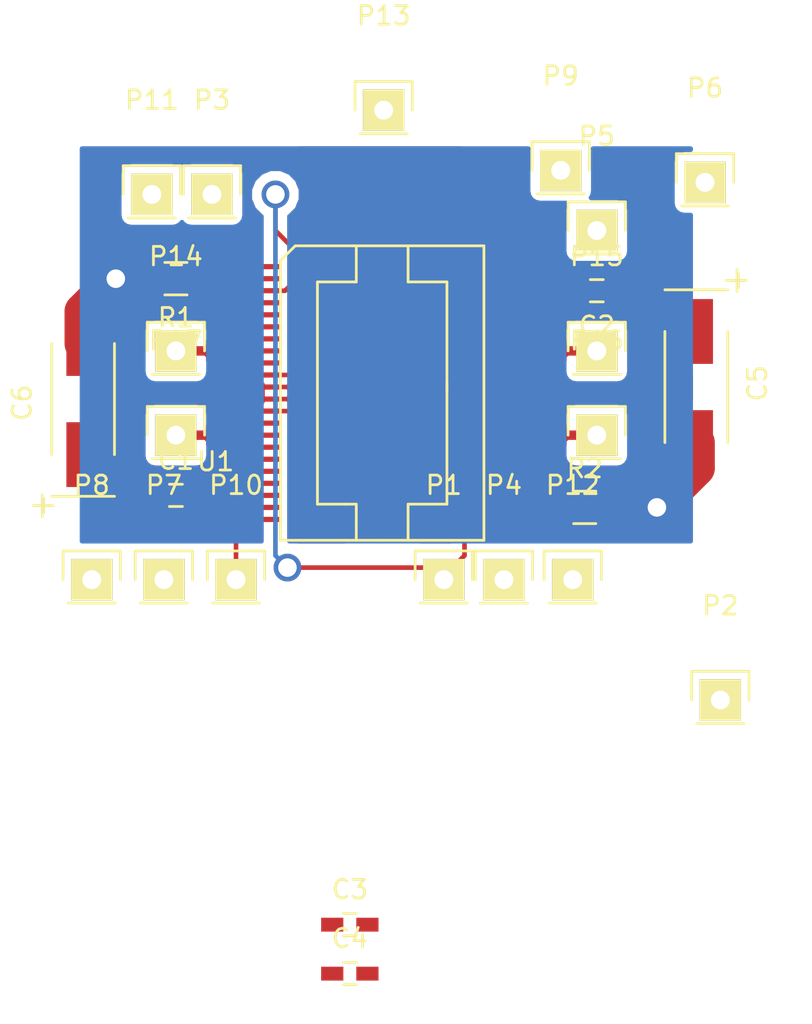
<source format=kicad_pcb>
(kicad_pcb (version 4) (host pcbnew 4.0.4+e1-6308~48~ubuntu14.04.1-stable)

  (general
    (links 61)
    (no_connects 18)
    (area 169.816667 86.875 213.863334 142.549576)
    (thickness 0.6)
    (drawings 0)
    (tracks 124)
    (zones 0)
    (modules 26)
    (nets 20)
  )

  (page A4)
  (layers
    (0 F.Cu signal)
    (31 B.Cu signal)
    (33 F.Adhes user)
    (35 F.Paste user)
    (37 F.SilkS user)
    (39 F.Mask user)
    (40 Dwgs.User user)
    (41 Cmts.User user)
    (42 Eco1.User user)
    (43 Eco2.User user)
    (44 Edge.Cuts user)
    (45 Margin user)
    (47 F.CrtYd user)
    (49 F.Fab user)
  )

  (setup
    (last_trace_width 0.25)
    (user_trace_width 2)
    (trace_clearance 0.2)
    (zone_clearance 0.508)
    (zone_45_only yes)
    (trace_min 0.2)
    (segment_width 0.2)
    (edge_width 0.15)
    (via_size 1.5)
    (via_drill 1)
    (via_min_size 0.4)
    (via_min_drill 0.3)
    (uvia_size 0.3)
    (uvia_drill 0.1)
    (uvias_allowed no)
    (uvia_min_size 0.2)
    (uvia_min_drill 0.1)
    (pcb_text_width 0.3)
    (pcb_text_size 1.5 1.5)
    (mod_edge_width 0.15)
    (mod_text_size 1 1)
    (mod_text_width 0.15)
    (pad_size 2.8 2)
    (pad_drill 0)
    (pad_to_mask_clearance 0.2)
    (aux_axis_origin 0 0)
    (grid_origin 183.48 100.75)
    (visible_elements FFFFFF7F)
    (pcbplotparams
      (layerselection 0x00030_80000001)
      (usegerberextensions false)
      (excludeedgelayer true)
      (linewidth 0.100000)
      (plotframeref false)
      (viasonmask false)
      (mode 1)
      (useauxorigin false)
      (hpglpennumber 1)
      (hpglpenspeed 20)
      (hpglpendiameter 15)
      (hpglpenoverlay 2)
      (psnegative false)
      (psa4output false)
      (plotreference true)
      (plotvalue true)
      (plotinvisibletext false)
      (padsonsilk false)
      (subtractmaskfromsilk false)
      (outputformat 1)
      (mirror false)
      (drillshape 1)
      (scaleselection 1)
      (outputdirectory ""))
  )

  (net 0 "")
  (net 1 /VMOT)
  (net 2 "Net-(C1-Pad2)")
  (net 3 "Net-(C2-Pad2)")
  (net 4 /GND)
  (net 5 /VCC)
  (net 6 /APWM)
  (net 7 /BPWM)
  (net 8 /A1)
  (net 9 /A2)
  (net 10 /B1)
  (net 11 /B2)
  (net 12 /~AFAULT)
  (net 13 /~BFAULT)
  (net 14 /ACURRENT)
  (net 15 /BCURRENT)
  (net 16 /AMOT1)
  (net 17 /AMOT2)
  (net 18 /BMOT1)
  (net 19 /BMOT2)

  (net_class Default "This is the default net class."
    (clearance 0.2)
    (trace_width 0.25)
    (via_dia 1.5)
    (via_drill 1)
    (uvia_dia 0.3)
    (uvia_drill 0.1)
    (add_net /A1)
    (add_net /A2)
    (add_net /ACURRENT)
    (add_net /AMOT1)
    (add_net /AMOT2)
    (add_net /APWM)
    (add_net /B1)
    (add_net /B2)
    (add_net /BCURRENT)
    (add_net /BMOT1)
    (add_net /BMOT2)
    (add_net /BPWM)
    (add_net /GND)
    (add_net /VCC)
    (add_net /VMOT)
    (add_net /~AFAULT)
    (add_net /~BFAULT)
    (add_net "Net-(C1-Pad2)")
    (add_net "Net-(C2-Pad2)")
  )

  (module Capacitors_SMD:C_0603_HandSoldering (layer F.Cu) (tedit 541A9B4D) (tstamp 57CB60AB)
    (at 179.4 113.75)
    (descr "Capacitor SMD 0603, hand soldering")
    (tags "capacitor 0603")
    (path /57CC34D1)
    (attr smd)
    (fp_text reference C1 (at 0 -1.9) (layer F.SilkS)
      (effects (font (size 1 1) (thickness 0.15)))
    )
    (fp_text value 100nF (at 0 1.9) (layer F.Fab)
      (effects (font (size 1 1) (thickness 0.15)))
    )
    (fp_line (start -1.85 -0.75) (end 1.85 -0.75) (layer F.CrtYd) (width 0.05))
    (fp_line (start -1.85 0.75) (end 1.85 0.75) (layer F.CrtYd) (width 0.05))
    (fp_line (start -1.85 -0.75) (end -1.85 0.75) (layer F.CrtYd) (width 0.05))
    (fp_line (start 1.85 -0.75) (end 1.85 0.75) (layer F.CrtYd) (width 0.05))
    (fp_line (start -0.35 -0.6) (end 0.35 -0.6) (layer F.SilkS) (width 0.15))
    (fp_line (start 0.35 0.6) (end -0.35 0.6) (layer F.SilkS) (width 0.15))
    (pad 1 smd rect (at -0.95 0) (size 1.2 0.75) (layers F.Cu F.Paste F.Mask)
      (net 1 /VMOT))
    (pad 2 smd rect (at 0.95 0) (size 1.2 0.75) (layers F.Cu F.Paste F.Mask)
      (net 2 "Net-(C1-Pad2)"))
    (model Capacitors_SMD.3dshapes/C_0603_HandSoldering.wrl
      (at (xyz 0 0 0))
      (scale (xyz 1 1 1))
      (rotate (xyz 0 0 0))
    )
  )

  (module Capacitors_SMD:C_0603_HandSoldering (layer F.Cu) (tedit 541A9B4D) (tstamp 57CB60B1)
    (at 202.15 102.7 180)
    (descr "Capacitor SMD 0603, hand soldering")
    (tags "capacitor 0603")
    (path /57CC4102)
    (attr smd)
    (fp_text reference C2 (at 0 -1.9 180) (layer F.SilkS)
      (effects (font (size 1 1) (thickness 0.15)))
    )
    (fp_text value 100nF (at 0 1.9 180) (layer F.Fab)
      (effects (font (size 1 1) (thickness 0.15)))
    )
    (fp_line (start -1.85 -0.75) (end 1.85 -0.75) (layer F.CrtYd) (width 0.05))
    (fp_line (start -1.85 0.75) (end 1.85 0.75) (layer F.CrtYd) (width 0.05))
    (fp_line (start -1.85 -0.75) (end -1.85 0.75) (layer F.CrtYd) (width 0.05))
    (fp_line (start 1.85 -0.75) (end 1.85 0.75) (layer F.CrtYd) (width 0.05))
    (fp_line (start -0.35 -0.6) (end 0.35 -0.6) (layer F.SilkS) (width 0.15))
    (fp_line (start 0.35 0.6) (end -0.35 0.6) (layer F.SilkS) (width 0.15))
    (pad 1 smd rect (at -0.95 0 180) (size 1.2 0.75) (layers F.Cu F.Paste F.Mask)
      (net 1 /VMOT))
    (pad 2 smd rect (at 0.95 0 180) (size 1.2 0.75) (layers F.Cu F.Paste F.Mask)
      (net 3 "Net-(C2-Pad2)"))
    (model Capacitors_SMD.3dshapes/C_0603_HandSoldering.wrl
      (at (xyz 0 0 0))
      (scale (xyz 1 1 1))
      (rotate (xyz 0 0 0))
    )
  )

  (module Capacitors_SMD:C_0603_HandSoldering (layer F.Cu) (tedit 541A9B4D) (tstamp 57CB60B7)
    (at 188.8011 136.93072)
    (descr "Capacitor SMD 0603, hand soldering")
    (tags "capacitor 0603")
    (path /57CC49F1)
    (attr smd)
    (fp_text reference C3 (at 0 -1.9) (layer F.SilkS)
      (effects (font (size 1 1) (thickness 0.15)))
    )
    (fp_text value 100nF (at 0 1.9) (layer F.Fab)
      (effects (font (size 1 1) (thickness 0.15)))
    )
    (fp_line (start -1.85 -0.75) (end 1.85 -0.75) (layer F.CrtYd) (width 0.05))
    (fp_line (start -1.85 0.75) (end 1.85 0.75) (layer F.CrtYd) (width 0.05))
    (fp_line (start -1.85 -0.75) (end -1.85 0.75) (layer F.CrtYd) (width 0.05))
    (fp_line (start 1.85 -0.75) (end 1.85 0.75) (layer F.CrtYd) (width 0.05))
    (fp_line (start -0.35 -0.6) (end 0.35 -0.6) (layer F.SilkS) (width 0.15))
    (fp_line (start 0.35 0.6) (end -0.35 0.6) (layer F.SilkS) (width 0.15))
    (pad 1 smd rect (at -0.95 0) (size 1.2 0.75) (layers F.Cu F.Paste F.Mask)
      (net 1 /VMOT))
    (pad 2 smd rect (at 0.95 0) (size 1.2 0.75) (layers F.Cu F.Paste F.Mask)
      (net 4 /GND))
    (model Capacitors_SMD.3dshapes/C_0603_HandSoldering.wrl
      (at (xyz 0 0 0))
      (scale (xyz 1 1 1))
      (rotate (xyz 0 0 0))
    )
  )

  (module Capacitors_SMD:C_0603_HandSoldering (layer F.Cu) (tedit 541A9B4D) (tstamp 57CB60BD)
    (at 188.8011 139.574576)
    (descr "Capacitor SMD 0603, hand soldering")
    (tags "capacitor 0603")
    (path /57CC49F7)
    (attr smd)
    (fp_text reference C4 (at 0 -1.9) (layer F.SilkS)
      (effects (font (size 1 1) (thickness 0.15)))
    )
    (fp_text value 100nF (at 0 1.9) (layer F.Fab)
      (effects (font (size 1 1) (thickness 0.15)))
    )
    (fp_line (start -1.85 -0.75) (end 1.85 -0.75) (layer F.CrtYd) (width 0.05))
    (fp_line (start -1.85 0.75) (end 1.85 0.75) (layer F.CrtYd) (width 0.05))
    (fp_line (start -1.85 -0.75) (end -1.85 0.75) (layer F.CrtYd) (width 0.05))
    (fp_line (start 1.85 -0.75) (end 1.85 0.75) (layer F.CrtYd) (width 0.05))
    (fp_line (start -0.35 -0.6) (end 0.35 -0.6) (layer F.SilkS) (width 0.15))
    (fp_line (start 0.35 0.6) (end -0.35 0.6) (layer F.SilkS) (width 0.15))
    (pad 1 smd rect (at -0.95 0) (size 1.2 0.75) (layers F.Cu F.Paste F.Mask)
      (net 1 /VMOT))
    (pad 2 smd rect (at 0.95 0) (size 1.2 0.75) (layers F.Cu F.Paste F.Mask)
      (net 4 /GND))
    (model Capacitors_SMD.3dshapes/C_0603_HandSoldering.wrl
      (at (xyz 0 0 0))
      (scale (xyz 1 1 1))
      (rotate (xyz 0 0 0))
    )
  )

  (module Capacitors_Tantalum_SMD:TantalC_SizeC_EIA-6032_HandSoldering (layer F.Cu) (tedit 0) (tstamp 57CB60C3)
    (at 207.53 107.9 270)
    (descr "Tantal Cap. , Size C, EIA-6032, Hand Soldering,")
    (tags "Tantal Cap. , Size C, EIA-6032, Hand Soldering,")
    (path /57CC4BF2)
    (attr smd)
    (fp_text reference C5 (at -0.20066 -3.29946 270) (layer F.SilkS)
      (effects (font (size 1 1) (thickness 0.15)))
    )
    (fp_text value 100uF (at -0.09906 3.59918 270) (layer F.Fab)
      (effects (font (size 1 1) (thickness 0.15)))
    )
    (fp_line (start -5.25018 -1.69926) (end -5.25018 1.69926) (layer F.SilkS) (width 0.15))
    (fp_line (start 2.99974 1.69926) (end -2.99974 1.69926) (layer F.SilkS) (width 0.15))
    (fp_line (start 2.99974 -1.69926) (end -2.99974 -1.69926) (layer F.SilkS) (width 0.15))
    (fp_text user + (at -5.75056 -2.19964 270) (layer F.SilkS)
      (effects (font (size 1 1) (thickness 0.15)))
    )
    (fp_line (start -5.7531 -2.70256) (end -5.7531 -1.60274) (layer F.SilkS) (width 0.15))
    (fp_line (start -6.35254 -2.20218) (end -5.15366 -2.20218) (layer F.SilkS) (width 0.15))
    (pad 2 smd rect (at 2.99974 0 270) (size 3.50012 1.80086) (layers F.Cu F.Paste F.Mask)
      (net 4 /GND))
    (pad 1 smd rect (at -2.99974 0 270) (size 3.50012 1.80086) (layers F.Cu F.Paste F.Mask)
      (net 1 /VMOT))
    (model Capacitors_Tantalum_SMD.3dshapes/TantalC_SizeC_EIA-6032_HandSoldering.wrl
      (at (xyz 0 0 0))
      (scale (xyz 1 1 1))
      (rotate (xyz 0 0 180))
    )
  )

  (module Capacitors_Tantalum_SMD:TantalC_SizeC_EIA-6032_HandSoldering (layer F.Cu) (tedit 0) (tstamp 57CB60C9)
    (at 174.38 108.55 90)
    (descr "Tantal Cap. , Size C, EIA-6032, Hand Soldering,")
    (tags "Tantal Cap. , Size C, EIA-6032, Hand Soldering,")
    (path /57CC4C71)
    (attr smd)
    (fp_text reference C6 (at -0.20066 -3.29946 90) (layer F.SilkS)
      (effects (font (size 1 1) (thickness 0.15)))
    )
    (fp_text value 100uF (at -0.09906 3.59918 90) (layer F.Fab)
      (effects (font (size 1 1) (thickness 0.15)))
    )
    (fp_line (start -5.25018 -1.69926) (end -5.25018 1.69926) (layer F.SilkS) (width 0.15))
    (fp_line (start 2.99974 1.69926) (end -2.99974 1.69926) (layer F.SilkS) (width 0.15))
    (fp_line (start 2.99974 -1.69926) (end -2.99974 -1.69926) (layer F.SilkS) (width 0.15))
    (fp_text user + (at -5.75056 -2.19964 90) (layer F.SilkS)
      (effects (font (size 1 1) (thickness 0.15)))
    )
    (fp_line (start -5.7531 -2.70256) (end -5.7531 -1.60274) (layer F.SilkS) (width 0.15))
    (fp_line (start -6.35254 -2.20218) (end -5.15366 -2.20218) (layer F.SilkS) (width 0.15))
    (pad 2 smd rect (at 2.99974 0 90) (size 3.50012 1.80086) (layers F.Cu F.Paste F.Mask)
      (net 4 /GND))
    (pad 1 smd rect (at -2.99974 0 90) (size 3.50012 1.80086) (layers F.Cu F.Paste F.Mask)
      (net 1 /VMOT))
    (model Capacitors_Tantalum_SMD.3dshapes/TantalC_SizeC_EIA-6032_HandSoldering.wrl
      (at (xyz 0 0 0))
      (scale (xyz 1 1 1))
      (rotate (xyz 0 0 180))
    )
  )

  (module Pin_Headers:Pin_Header_Straight_1x01 (layer F.Cu) (tedit 54EA08DC) (tstamp 57CB60CE)
    (at 193.88 118.3)
    (descr "Through hole pin header")
    (tags "pin header")
    (path /57F1779A)
    (fp_text reference P1 (at 0 -5.1) (layer F.SilkS)
      (effects (font (size 1 1) (thickness 0.15)))
    )
    (fp_text value CONN_01X01 (at 0 -3.1) (layer F.Fab)
      (effects (font (size 1 1) (thickness 0.15)))
    )
    (fp_line (start 1.55 -1.55) (end 1.55 0) (layer F.SilkS) (width 0.15))
    (fp_line (start -1.75 -1.75) (end -1.75 1.75) (layer F.CrtYd) (width 0.05))
    (fp_line (start 1.75 -1.75) (end 1.75 1.75) (layer F.CrtYd) (width 0.05))
    (fp_line (start -1.75 -1.75) (end 1.75 -1.75) (layer F.CrtYd) (width 0.05))
    (fp_line (start -1.75 1.75) (end 1.75 1.75) (layer F.CrtYd) (width 0.05))
    (fp_line (start -1.55 0) (end -1.55 -1.55) (layer F.SilkS) (width 0.15))
    (fp_line (start -1.55 -1.55) (end 1.55 -1.55) (layer F.SilkS) (width 0.15))
    (fp_line (start -1.27 1.27) (end 1.27 1.27) (layer F.SilkS) (width 0.15))
    (pad 1 thru_hole rect (at 0 0) (size 2.2352 2.2352) (drill 1.016) (layers *.Cu *.Mask F.SilkS)
      (net 5 /VCC))
    (model Pin_Headers.3dshapes/Pin_Header_Straight_1x01.wrl
      (at (xyz 0 0 0))
      (scale (xyz 1 1 1))
      (rotate (xyz 0 0 90))
    )
  )

  (module Pin_Headers:Pin_Header_Straight_1x01 (layer F.Cu) (tedit 54EA08DC) (tstamp 57CB60D3)
    (at 208.83 124.8)
    (descr "Through hole pin header")
    (tags "pin header")
    (path /57F17450)
    (fp_text reference P2 (at 0 -5.1) (layer F.SilkS)
      (effects (font (size 1 1) (thickness 0.15)))
    )
    (fp_text value CONN_01X01 (at 0 -3.1) (layer F.Fab)
      (effects (font (size 1 1) (thickness 0.15)))
    )
    (fp_line (start 1.55 -1.55) (end 1.55 0) (layer F.SilkS) (width 0.15))
    (fp_line (start -1.75 -1.75) (end -1.75 1.75) (layer F.CrtYd) (width 0.05))
    (fp_line (start 1.75 -1.75) (end 1.75 1.75) (layer F.CrtYd) (width 0.05))
    (fp_line (start -1.75 -1.75) (end 1.75 -1.75) (layer F.CrtYd) (width 0.05))
    (fp_line (start -1.75 1.75) (end 1.75 1.75) (layer F.CrtYd) (width 0.05))
    (fp_line (start -1.55 0) (end -1.55 -1.55) (layer F.SilkS) (width 0.15))
    (fp_line (start -1.55 -1.55) (end 1.55 -1.55) (layer F.SilkS) (width 0.15))
    (fp_line (start -1.27 1.27) (end 1.27 1.27) (layer F.SilkS) (width 0.15))
    (pad 1 thru_hole rect (at 0 0) (size 2.2352 2.2352) (drill 1.016) (layers *.Cu *.Mask F.SilkS)
      (net 1 /VMOT))
    (model Pin_Headers.3dshapes/Pin_Header_Straight_1x01.wrl
      (at (xyz 0 0 0))
      (scale (xyz 1 1 1))
      (rotate (xyz 0 0 90))
    )
  )

  (module Pin_Headers:Pin_Header_Straight_1x01 (layer F.Cu) (tedit 54EA08DC) (tstamp 57CB60D8)
    (at 181.35 97.5)
    (descr "Through hole pin header")
    (tags "pin header")
    (path /57F17ADD)
    (fp_text reference P3 (at 0 -5.1) (layer F.SilkS)
      (effects (font (size 1 1) (thickness 0.15)))
    )
    (fp_text value CONN_01X01 (at 0 -3.1) (layer F.Fab)
      (effects (font (size 1 1) (thickness 0.15)))
    )
    (fp_line (start 1.55 -1.55) (end 1.55 0) (layer F.SilkS) (width 0.15))
    (fp_line (start -1.75 -1.75) (end -1.75 1.75) (layer F.CrtYd) (width 0.05))
    (fp_line (start 1.75 -1.75) (end 1.75 1.75) (layer F.CrtYd) (width 0.05))
    (fp_line (start -1.75 -1.75) (end 1.75 -1.75) (layer F.CrtYd) (width 0.05))
    (fp_line (start -1.75 1.75) (end 1.75 1.75) (layer F.CrtYd) (width 0.05))
    (fp_line (start -1.55 0) (end -1.55 -1.55) (layer F.SilkS) (width 0.15))
    (fp_line (start -1.55 -1.55) (end 1.55 -1.55) (layer F.SilkS) (width 0.15))
    (fp_line (start -1.27 1.27) (end 1.27 1.27) (layer F.SilkS) (width 0.15))
    (pad 1 thru_hole rect (at 0 0) (size 2.2352 2.2352) (drill 1.016) (layers *.Cu *.Mask F.SilkS)
      (net 6 /APWM))
    (model Pin_Headers.3dshapes/Pin_Header_Straight_1x01.wrl
      (at (xyz 0 0 0))
      (scale (xyz 1 1 1))
      (rotate (xyz 0 0 90))
    )
  )

  (module Pin_Headers:Pin_Header_Straight_1x01 (layer F.Cu) (tedit 54EA08DC) (tstamp 57CB60DD)
    (at 197.13 118.3)
    (descr "Through hole pin header")
    (tags "pin header")
    (path /57F17B25)
    (fp_text reference P4 (at 0 -5.1) (layer F.SilkS)
      (effects (font (size 1 1) (thickness 0.15)))
    )
    (fp_text value CONN_01X01 (at 0 -3.1) (layer F.Fab)
      (effects (font (size 1 1) (thickness 0.15)))
    )
    (fp_line (start 1.55 -1.55) (end 1.55 0) (layer F.SilkS) (width 0.15))
    (fp_line (start -1.75 -1.75) (end -1.75 1.75) (layer F.CrtYd) (width 0.05))
    (fp_line (start 1.75 -1.75) (end 1.75 1.75) (layer F.CrtYd) (width 0.05))
    (fp_line (start -1.75 -1.75) (end 1.75 -1.75) (layer F.CrtYd) (width 0.05))
    (fp_line (start -1.75 1.75) (end 1.75 1.75) (layer F.CrtYd) (width 0.05))
    (fp_line (start -1.55 0) (end -1.55 -1.55) (layer F.SilkS) (width 0.15))
    (fp_line (start -1.55 -1.55) (end 1.55 -1.55) (layer F.SilkS) (width 0.15))
    (fp_line (start -1.27 1.27) (end 1.27 1.27) (layer F.SilkS) (width 0.15))
    (pad 1 thru_hole rect (at 0 0) (size 2.2352 2.2352) (drill 1.016) (layers *.Cu *.Mask F.SilkS)
      (net 7 /BPWM))
    (model Pin_Headers.3dshapes/Pin_Header_Straight_1x01.wrl
      (at (xyz 0 0 0))
      (scale (xyz 1 1 1))
      (rotate (xyz 0 0 90))
    )
  )

  (module Pin_Headers:Pin_Header_Straight_1x01 (layer F.Cu) (tedit 54EA08DC) (tstamp 57CB60E2)
    (at 202.15 99.45)
    (descr "Through hole pin header")
    (tags "pin header")
    (path /57F17B62)
    (fp_text reference P5 (at 0 -5.1) (layer F.SilkS)
      (effects (font (size 1 1) (thickness 0.15)))
    )
    (fp_text value CONN_01X01 (at 0 -3.1) (layer F.Fab)
      (effects (font (size 1 1) (thickness 0.15)))
    )
    (fp_line (start 1.55 -1.55) (end 1.55 0) (layer F.SilkS) (width 0.15))
    (fp_line (start -1.75 -1.75) (end -1.75 1.75) (layer F.CrtYd) (width 0.05))
    (fp_line (start 1.75 -1.75) (end 1.75 1.75) (layer F.CrtYd) (width 0.05))
    (fp_line (start -1.75 -1.75) (end 1.75 -1.75) (layer F.CrtYd) (width 0.05))
    (fp_line (start -1.75 1.75) (end 1.75 1.75) (layer F.CrtYd) (width 0.05))
    (fp_line (start -1.55 0) (end -1.55 -1.55) (layer F.SilkS) (width 0.15))
    (fp_line (start -1.55 -1.55) (end 1.55 -1.55) (layer F.SilkS) (width 0.15))
    (fp_line (start -1.27 1.27) (end 1.27 1.27) (layer F.SilkS) (width 0.15))
    (pad 1 thru_hole rect (at 0 0) (size 2.2352 2.2352) (drill 1.016) (layers *.Cu *.Mask F.SilkS)
      (net 8 /A1))
    (model Pin_Headers.3dshapes/Pin_Header_Straight_1x01.wrl
      (at (xyz 0 0 0))
      (scale (xyz 1 1 1))
      (rotate (xyz 0 0 90))
    )
  )

  (module Pin_Headers:Pin_Header_Straight_1x01 (layer F.Cu) (tedit 54EA08DC) (tstamp 57CB60E7)
    (at 208 96.85)
    (descr "Through hole pin header")
    (tags "pin header")
    (path /57F17BA8)
    (fp_text reference P6 (at 0 -5.1) (layer F.SilkS)
      (effects (font (size 1 1) (thickness 0.15)))
    )
    (fp_text value CONN_01X01 (at 0 -3.1) (layer F.Fab)
      (effects (font (size 1 1) (thickness 0.15)))
    )
    (fp_line (start 1.55 -1.55) (end 1.55 0) (layer F.SilkS) (width 0.15))
    (fp_line (start -1.75 -1.75) (end -1.75 1.75) (layer F.CrtYd) (width 0.05))
    (fp_line (start 1.75 -1.75) (end 1.75 1.75) (layer F.CrtYd) (width 0.05))
    (fp_line (start -1.75 -1.75) (end 1.75 -1.75) (layer F.CrtYd) (width 0.05))
    (fp_line (start -1.75 1.75) (end 1.75 1.75) (layer F.CrtYd) (width 0.05))
    (fp_line (start -1.55 0) (end -1.55 -1.55) (layer F.SilkS) (width 0.15))
    (fp_line (start -1.55 -1.55) (end 1.55 -1.55) (layer F.SilkS) (width 0.15))
    (fp_line (start -1.27 1.27) (end 1.27 1.27) (layer F.SilkS) (width 0.15))
    (pad 1 thru_hole rect (at 0 0) (size 2.2352 2.2352) (drill 1.016) (layers *.Cu *.Mask F.SilkS)
      (net 9 /A2))
    (model Pin_Headers.3dshapes/Pin_Header_Straight_1x01.wrl
      (at (xyz 0 0 0))
      (scale (xyz 1 1 1))
      (rotate (xyz 0 0 90))
    )
  )

  (module Pin_Headers:Pin_Header_Straight_1x01 (layer F.Cu) (tedit 54EA08DC) (tstamp 57CB60EC)
    (at 178.75 118.3)
    (descr "Through hole pin header")
    (tags "pin header")
    (path /57F17C47)
    (fp_text reference P7 (at 0 -5.1) (layer F.SilkS)
      (effects (font (size 1 1) (thickness 0.15)))
    )
    (fp_text value CONN_01X01 (at 0 -3.1) (layer F.Fab)
      (effects (font (size 1 1) (thickness 0.15)))
    )
    (fp_line (start 1.55 -1.55) (end 1.55 0) (layer F.SilkS) (width 0.15))
    (fp_line (start -1.75 -1.75) (end -1.75 1.75) (layer F.CrtYd) (width 0.05))
    (fp_line (start 1.75 -1.75) (end 1.75 1.75) (layer F.CrtYd) (width 0.05))
    (fp_line (start -1.75 -1.75) (end 1.75 -1.75) (layer F.CrtYd) (width 0.05))
    (fp_line (start -1.75 1.75) (end 1.75 1.75) (layer F.CrtYd) (width 0.05))
    (fp_line (start -1.55 0) (end -1.55 -1.55) (layer F.SilkS) (width 0.15))
    (fp_line (start -1.55 -1.55) (end 1.55 -1.55) (layer F.SilkS) (width 0.15))
    (fp_line (start -1.27 1.27) (end 1.27 1.27) (layer F.SilkS) (width 0.15))
    (pad 1 thru_hole rect (at 0 0) (size 2.2352 2.2352) (drill 1.016) (layers *.Cu *.Mask F.SilkS)
      (net 10 /B1))
    (model Pin_Headers.3dshapes/Pin_Header_Straight_1x01.wrl
      (at (xyz 0 0 0))
      (scale (xyz 1 1 1))
      (rotate (xyz 0 0 90))
    )
  )

  (module Pin_Headers:Pin_Header_Straight_1x01 (layer F.Cu) (tedit 54EA08DC) (tstamp 57CB60F1)
    (at 174.85 118.3)
    (descr "Through hole pin header")
    (tags "pin header")
    (path /57F17BFB)
    (fp_text reference P8 (at 0 -5.1) (layer F.SilkS)
      (effects (font (size 1 1) (thickness 0.15)))
    )
    (fp_text value CONN_01X01 (at 0 -3.1) (layer F.Fab)
      (effects (font (size 1 1) (thickness 0.15)))
    )
    (fp_line (start 1.55 -1.55) (end 1.55 0) (layer F.SilkS) (width 0.15))
    (fp_line (start -1.75 -1.75) (end -1.75 1.75) (layer F.CrtYd) (width 0.05))
    (fp_line (start 1.75 -1.75) (end 1.75 1.75) (layer F.CrtYd) (width 0.05))
    (fp_line (start -1.75 -1.75) (end 1.75 -1.75) (layer F.CrtYd) (width 0.05))
    (fp_line (start -1.75 1.75) (end 1.75 1.75) (layer F.CrtYd) (width 0.05))
    (fp_line (start -1.55 0) (end -1.55 -1.55) (layer F.SilkS) (width 0.15))
    (fp_line (start -1.55 -1.55) (end 1.55 -1.55) (layer F.SilkS) (width 0.15))
    (fp_line (start -1.27 1.27) (end 1.27 1.27) (layer F.SilkS) (width 0.15))
    (pad 1 thru_hole rect (at 0 0) (size 2.2352 2.2352) (drill 1.016) (layers *.Cu *.Mask F.SilkS)
      (net 11 /B2))
    (model Pin_Headers.3dshapes/Pin_Header_Straight_1x01.wrl
      (at (xyz 0 0 0))
      (scale (xyz 1 1 1))
      (rotate (xyz 0 0 90))
    )
  )

  (module Pin_Headers:Pin_Header_Straight_1x01 (layer F.Cu) (tedit 54EA08DC) (tstamp 57CB60F6)
    (at 200.2 96.2)
    (descr "Through hole pin header")
    (tags "pin header")
    (path /57F17E29)
    (fp_text reference P9 (at 0 -5.1) (layer F.SilkS)
      (effects (font (size 1 1) (thickness 0.15)))
    )
    (fp_text value CONN_01X01 (at 0 -3.1) (layer F.Fab)
      (effects (font (size 1 1) (thickness 0.15)))
    )
    (fp_line (start 1.55 -1.55) (end 1.55 0) (layer F.SilkS) (width 0.15))
    (fp_line (start -1.75 -1.75) (end -1.75 1.75) (layer F.CrtYd) (width 0.05))
    (fp_line (start 1.75 -1.75) (end 1.75 1.75) (layer F.CrtYd) (width 0.05))
    (fp_line (start -1.75 -1.75) (end 1.75 -1.75) (layer F.CrtYd) (width 0.05))
    (fp_line (start -1.75 1.75) (end 1.75 1.75) (layer F.CrtYd) (width 0.05))
    (fp_line (start -1.55 0) (end -1.55 -1.55) (layer F.SilkS) (width 0.15))
    (fp_line (start -1.55 -1.55) (end 1.55 -1.55) (layer F.SilkS) (width 0.15))
    (fp_line (start -1.27 1.27) (end 1.27 1.27) (layer F.SilkS) (width 0.15))
    (pad 1 thru_hole rect (at 0 0) (size 2.2352 2.2352) (drill 1.016) (layers *.Cu *.Mask F.SilkS)
      (net 12 /~AFAULT))
    (model Pin_Headers.3dshapes/Pin_Header_Straight_1x01.wrl
      (at (xyz 0 0 0))
      (scale (xyz 1 1 1))
      (rotate (xyz 0 0 90))
    )
  )

  (module Pin_Headers:Pin_Header_Straight_1x01 (layer F.Cu) (tedit 54EA08DC) (tstamp 57CB60FB)
    (at 182.65 118.3)
    (descr "Through hole pin header")
    (tags "pin header")
    (path /57F17E7B)
    (fp_text reference P10 (at 0 -5.1) (layer F.SilkS)
      (effects (font (size 1 1) (thickness 0.15)))
    )
    (fp_text value CONN_01X01 (at 0 -3.1) (layer F.Fab)
      (effects (font (size 1 1) (thickness 0.15)))
    )
    (fp_line (start 1.55 -1.55) (end 1.55 0) (layer F.SilkS) (width 0.15))
    (fp_line (start -1.75 -1.75) (end -1.75 1.75) (layer F.CrtYd) (width 0.05))
    (fp_line (start 1.75 -1.75) (end 1.75 1.75) (layer F.CrtYd) (width 0.05))
    (fp_line (start -1.75 -1.75) (end 1.75 -1.75) (layer F.CrtYd) (width 0.05))
    (fp_line (start -1.75 1.75) (end 1.75 1.75) (layer F.CrtYd) (width 0.05))
    (fp_line (start -1.55 0) (end -1.55 -1.55) (layer F.SilkS) (width 0.15))
    (fp_line (start -1.55 -1.55) (end 1.55 -1.55) (layer F.SilkS) (width 0.15))
    (fp_line (start -1.27 1.27) (end 1.27 1.27) (layer F.SilkS) (width 0.15))
    (pad 1 thru_hole rect (at 0 0) (size 2.2352 2.2352) (drill 1.016) (layers *.Cu *.Mask F.SilkS)
      (net 13 /~BFAULT))
    (model Pin_Headers.3dshapes/Pin_Header_Straight_1x01.wrl
      (at (xyz 0 0 0))
      (scale (xyz 1 1 1))
      (rotate (xyz 0 0 90))
    )
  )

  (module Pin_Headers:Pin_Header_Straight_1x01 (layer F.Cu) (tedit 54EA08DC) (tstamp 57CB6100)
    (at 178.1 97.5)
    (descr "Through hole pin header")
    (tags "pin header")
    (path /57F17ED7)
    (fp_text reference P11 (at 0 -5.1) (layer F.SilkS)
      (effects (font (size 1 1) (thickness 0.15)))
    )
    (fp_text value CONN_01X01 (at 0 -3.1) (layer F.Fab)
      (effects (font (size 1 1) (thickness 0.15)))
    )
    (fp_line (start 1.55 -1.55) (end 1.55 0) (layer F.SilkS) (width 0.15))
    (fp_line (start -1.75 -1.75) (end -1.75 1.75) (layer F.CrtYd) (width 0.05))
    (fp_line (start 1.75 -1.75) (end 1.75 1.75) (layer F.CrtYd) (width 0.05))
    (fp_line (start -1.75 -1.75) (end 1.75 -1.75) (layer F.CrtYd) (width 0.05))
    (fp_line (start -1.75 1.75) (end 1.75 1.75) (layer F.CrtYd) (width 0.05))
    (fp_line (start -1.55 0) (end -1.55 -1.55) (layer F.SilkS) (width 0.15))
    (fp_line (start -1.55 -1.55) (end 1.55 -1.55) (layer F.SilkS) (width 0.15))
    (fp_line (start -1.27 1.27) (end 1.27 1.27) (layer F.SilkS) (width 0.15))
    (pad 1 thru_hole rect (at 0 0) (size 2.2352 2.2352) (drill 1.016) (layers *.Cu *.Mask F.SilkS)
      (net 14 /ACURRENT))
    (model Pin_Headers.3dshapes/Pin_Header_Straight_1x01.wrl
      (at (xyz 0 0 0))
      (scale (xyz 1 1 1))
      (rotate (xyz 0 0 90))
    )
  )

  (module Pin_Headers:Pin_Header_Straight_1x01 (layer F.Cu) (tedit 54EA08DC) (tstamp 57CB6105)
    (at 200.85 118.3)
    (descr "Through hole pin header")
    (tags "pin header")
    (path /57F17F33)
    (fp_text reference P12 (at 0 -5.1) (layer F.SilkS)
      (effects (font (size 1 1) (thickness 0.15)))
    )
    (fp_text value CONN_01X01 (at 0 -3.1) (layer F.Fab)
      (effects (font (size 1 1) (thickness 0.15)))
    )
    (fp_line (start 1.55 -1.55) (end 1.55 0) (layer F.SilkS) (width 0.15))
    (fp_line (start -1.75 -1.75) (end -1.75 1.75) (layer F.CrtYd) (width 0.05))
    (fp_line (start 1.75 -1.75) (end 1.75 1.75) (layer F.CrtYd) (width 0.05))
    (fp_line (start -1.75 -1.75) (end 1.75 -1.75) (layer F.CrtYd) (width 0.05))
    (fp_line (start -1.75 1.75) (end 1.75 1.75) (layer F.CrtYd) (width 0.05))
    (fp_line (start -1.55 0) (end -1.55 -1.55) (layer F.SilkS) (width 0.15))
    (fp_line (start -1.55 -1.55) (end 1.55 -1.55) (layer F.SilkS) (width 0.15))
    (fp_line (start -1.27 1.27) (end 1.27 1.27) (layer F.SilkS) (width 0.15))
    (pad 1 thru_hole rect (at 0 0) (size 2.2352 2.2352) (drill 1.016) (layers *.Cu *.Mask F.SilkS)
      (net 15 /BCURRENT))
    (model Pin_Headers.3dshapes/Pin_Header_Straight_1x01.wrl
      (at (xyz 0 0 0))
      (scale (xyz 1 1 1))
      (rotate (xyz 0 0 90))
    )
  )

  (module Pin_Headers:Pin_Header_Straight_1x01 (layer F.Cu) (tedit 54EA08DC) (tstamp 57CB610A)
    (at 190.63 92.95)
    (descr "Through hole pin header")
    (tags "pin header")
    (path /57F17F82)
    (fp_text reference P13 (at 0 -5.1) (layer F.SilkS)
      (effects (font (size 1 1) (thickness 0.15)))
    )
    (fp_text value CONN_01X01 (at 0 -3.1) (layer F.Fab)
      (effects (font (size 1 1) (thickness 0.15)))
    )
    (fp_line (start 1.55 -1.55) (end 1.55 0) (layer F.SilkS) (width 0.15))
    (fp_line (start -1.75 -1.75) (end -1.75 1.75) (layer F.CrtYd) (width 0.05))
    (fp_line (start 1.75 -1.75) (end 1.75 1.75) (layer F.CrtYd) (width 0.05))
    (fp_line (start -1.75 -1.75) (end 1.75 -1.75) (layer F.CrtYd) (width 0.05))
    (fp_line (start -1.75 1.75) (end 1.75 1.75) (layer F.CrtYd) (width 0.05))
    (fp_line (start -1.55 0) (end -1.55 -1.55) (layer F.SilkS) (width 0.15))
    (fp_line (start -1.55 -1.55) (end 1.55 -1.55) (layer F.SilkS) (width 0.15))
    (fp_line (start -1.27 1.27) (end 1.27 1.27) (layer F.SilkS) (width 0.15))
    (pad 1 thru_hole rect (at 0 0) (size 2.2352 2.2352) (drill 1.016) (layers *.Cu *.Mask F.SilkS)
      (net 4 /GND))
    (model Pin_Headers.3dshapes/Pin_Header_Straight_1x01.wrl
      (at (xyz 0 0 0))
      (scale (xyz 1 1 1))
      (rotate (xyz 0 0 90))
    )
  )

  (module Pin_Headers:Pin_Header_Straight_1x01 (layer F.Cu) (tedit 54EA08DC) (tstamp 57CB610F)
    (at 179.4 105.95)
    (descr "Through hole pin header")
    (tags "pin header")
    (path /57F18989)
    (fp_text reference P14 (at 0 -5.1) (layer F.SilkS)
      (effects (font (size 1 1) (thickness 0.15)))
    )
    (fp_text value CONN_01X01 (at 0 -3.1) (layer F.Fab)
      (effects (font (size 1 1) (thickness 0.15)))
    )
    (fp_line (start 1.55 -1.55) (end 1.55 0) (layer F.SilkS) (width 0.15))
    (fp_line (start -1.75 -1.75) (end -1.75 1.75) (layer F.CrtYd) (width 0.05))
    (fp_line (start 1.75 -1.75) (end 1.75 1.75) (layer F.CrtYd) (width 0.05))
    (fp_line (start -1.75 -1.75) (end 1.75 -1.75) (layer F.CrtYd) (width 0.05))
    (fp_line (start -1.75 1.75) (end 1.75 1.75) (layer F.CrtYd) (width 0.05))
    (fp_line (start -1.55 0) (end -1.55 -1.55) (layer F.SilkS) (width 0.15))
    (fp_line (start -1.55 -1.55) (end 1.55 -1.55) (layer F.SilkS) (width 0.15))
    (fp_line (start -1.27 1.27) (end 1.27 1.27) (layer F.SilkS) (width 0.15))
    (pad 1 thru_hole rect (at 0 0) (size 2.2352 2.2352) (drill 1.016) (layers *.Cu *.Mask F.SilkS)
      (net 16 /AMOT1))
    (model Pin_Headers.3dshapes/Pin_Header_Straight_1x01.wrl
      (at (xyz 0 0 0))
      (scale (xyz 1 1 1))
      (rotate (xyz 0 0 90))
    )
  )

  (module Pin_Headers:Pin_Header_Straight_1x01 (layer F.Cu) (tedit 54EA08DC) (tstamp 57CB6114)
    (at 202.15 105.95)
    (descr "Through hole pin header")
    (tags "pin header")
    (path /57F1878E)
    (fp_text reference P15 (at 0 -5.1) (layer F.SilkS)
      (effects (font (size 1 1) (thickness 0.15)))
    )
    (fp_text value CONN_01X01 (at 0 -3.1) (layer F.Fab)
      (effects (font (size 1 1) (thickness 0.15)))
    )
    (fp_line (start 1.55 -1.55) (end 1.55 0) (layer F.SilkS) (width 0.15))
    (fp_line (start -1.75 -1.75) (end -1.75 1.75) (layer F.CrtYd) (width 0.05))
    (fp_line (start 1.75 -1.75) (end 1.75 1.75) (layer F.CrtYd) (width 0.05))
    (fp_line (start -1.75 -1.75) (end 1.75 -1.75) (layer F.CrtYd) (width 0.05))
    (fp_line (start -1.75 1.75) (end 1.75 1.75) (layer F.CrtYd) (width 0.05))
    (fp_line (start -1.55 0) (end -1.55 -1.55) (layer F.SilkS) (width 0.15))
    (fp_line (start -1.55 -1.55) (end 1.55 -1.55) (layer F.SilkS) (width 0.15))
    (fp_line (start -1.27 1.27) (end 1.27 1.27) (layer F.SilkS) (width 0.15))
    (pad 1 thru_hole rect (at 0 0) (size 2.2352 2.2352) (drill 1.016) (layers *.Cu *.Mask F.SilkS)
      (net 17 /AMOT2))
    (model Pin_Headers.3dshapes/Pin_Header_Straight_1x01.wrl
      (at (xyz 0 0 0))
      (scale (xyz 1 1 1))
      (rotate (xyz 0 0 90))
    )
  )

  (module Pin_Headers:Pin_Header_Straight_1x01 (layer F.Cu) (tedit 54EA08DC) (tstamp 57CB6119)
    (at 202.15 110.5)
    (descr "Through hole pin header")
    (tags "pin header")
    (path /57F18710)
    (fp_text reference P16 (at 0 -5.1) (layer F.SilkS)
      (effects (font (size 1 1) (thickness 0.15)))
    )
    (fp_text value CONN_01X01 (at 0 -3.1) (layer F.Fab)
      (effects (font (size 1 1) (thickness 0.15)))
    )
    (fp_line (start 1.55 -1.55) (end 1.55 0) (layer F.SilkS) (width 0.15))
    (fp_line (start -1.75 -1.75) (end -1.75 1.75) (layer F.CrtYd) (width 0.05))
    (fp_line (start 1.75 -1.75) (end 1.75 1.75) (layer F.CrtYd) (width 0.05))
    (fp_line (start -1.75 -1.75) (end 1.75 -1.75) (layer F.CrtYd) (width 0.05))
    (fp_line (start -1.75 1.75) (end 1.75 1.75) (layer F.CrtYd) (width 0.05))
    (fp_line (start -1.55 0) (end -1.55 -1.55) (layer F.SilkS) (width 0.15))
    (fp_line (start -1.55 -1.55) (end 1.55 -1.55) (layer F.SilkS) (width 0.15))
    (fp_line (start -1.27 1.27) (end 1.27 1.27) (layer F.SilkS) (width 0.15))
    (pad 1 thru_hole rect (at 0 0) (size 2.2352 2.2352) (drill 1.016) (layers *.Cu *.Mask F.SilkS)
      (net 18 /BMOT1))
    (model Pin_Headers.3dshapes/Pin_Header_Straight_1x01.wrl
      (at (xyz 0 0 0))
      (scale (xyz 1 1 1))
      (rotate (xyz 0 0 90))
    )
  )

  (module Pin_Headers:Pin_Header_Straight_1x01 (layer F.Cu) (tedit 54EA08DC) (tstamp 57CB611E)
    (at 179.4 110.5)
    (descr "Through hole pin header")
    (tags "pin header")
    (path /57F18376)
    (fp_text reference P17 (at 0 -5.1) (layer F.SilkS)
      (effects (font (size 1 1) (thickness 0.15)))
    )
    (fp_text value CONN_01X01 (at 0 -3.1) (layer F.Fab)
      (effects (font (size 1 1) (thickness 0.15)))
    )
    (fp_line (start 1.55 -1.55) (end 1.55 0) (layer F.SilkS) (width 0.15))
    (fp_line (start -1.75 -1.75) (end -1.75 1.75) (layer F.CrtYd) (width 0.05))
    (fp_line (start 1.75 -1.75) (end 1.75 1.75) (layer F.CrtYd) (width 0.05))
    (fp_line (start -1.75 -1.75) (end 1.75 -1.75) (layer F.CrtYd) (width 0.05))
    (fp_line (start -1.75 1.75) (end 1.75 1.75) (layer F.CrtYd) (width 0.05))
    (fp_line (start -1.55 0) (end -1.55 -1.55) (layer F.SilkS) (width 0.15))
    (fp_line (start -1.55 -1.55) (end 1.55 -1.55) (layer F.SilkS) (width 0.15))
    (fp_line (start -1.27 1.27) (end 1.27 1.27) (layer F.SilkS) (width 0.15))
    (pad 1 thru_hole rect (at 0 0) (size 2.2352 2.2352) (drill 1.016) (layers *.Cu *.Mask F.SilkS)
      (net 19 /BMOT2))
    (model Pin_Headers.3dshapes/Pin_Header_Straight_1x01.wrl
      (at (xyz 0 0 0))
      (scale (xyz 1 1 1))
      (rotate (xyz 0 0 90))
    )
  )

  (module Resistors_SMD:R_0805_HandSoldering (layer F.Cu) (tedit 54189DEE) (tstamp 57CB6124)
    (at 179.4 102.05 180)
    (descr "Resistor SMD 0805, hand soldering")
    (tags "resistor 0805")
    (path /57CC2F73)
    (attr smd)
    (fp_text reference R1 (at 0 -2.1 180) (layer F.SilkS)
      (effects (font (size 1 1) (thickness 0.15)))
    )
    (fp_text value 220R (at 0 2.1 180) (layer F.Fab)
      (effects (font (size 1 1) (thickness 0.15)))
    )
    (fp_line (start -2.4 -1) (end 2.4 -1) (layer F.CrtYd) (width 0.05))
    (fp_line (start -2.4 1) (end 2.4 1) (layer F.CrtYd) (width 0.05))
    (fp_line (start -2.4 -1) (end -2.4 1) (layer F.CrtYd) (width 0.05))
    (fp_line (start 2.4 -1) (end 2.4 1) (layer F.CrtYd) (width 0.05))
    (fp_line (start 0.6 0.875) (end -0.6 0.875) (layer F.SilkS) (width 0.15))
    (fp_line (start -0.6 -0.875) (end 0.6 -0.875) (layer F.SilkS) (width 0.15))
    (pad 1 smd rect (at -1.35 0 180) (size 1.5 1.3) (layers F.Cu F.Paste F.Mask)
      (net 14 /ACURRENT))
    (pad 2 smd rect (at 1.35 0 180) (size 1.5 1.3) (layers F.Cu F.Paste F.Mask)
      (net 4 /GND))
    (model Resistors_SMD.3dshapes/R_0805_HandSoldering.wrl
      (at (xyz 0 0 0))
      (scale (xyz 1 1 1))
      (rotate (xyz 0 0 0))
    )
  )

  (module Resistors_SMD:R_0805_HandSoldering (layer F.Cu) (tedit 54189DEE) (tstamp 57CB612A)
    (at 201.5 114.4)
    (descr "Resistor SMD 0805, hand soldering")
    (tags "resistor 0805")
    (path /57CC2EBE)
    (attr smd)
    (fp_text reference R2 (at 0 -2.1) (layer F.SilkS)
      (effects (font (size 1 1) (thickness 0.15)))
    )
    (fp_text value 220R (at 0 2.1) (layer F.Fab)
      (effects (font (size 1 1) (thickness 0.15)))
    )
    (fp_line (start -2.4 -1) (end 2.4 -1) (layer F.CrtYd) (width 0.05))
    (fp_line (start -2.4 1) (end 2.4 1) (layer F.CrtYd) (width 0.05))
    (fp_line (start -2.4 -1) (end -2.4 1) (layer F.CrtYd) (width 0.05))
    (fp_line (start 2.4 -1) (end 2.4 1) (layer F.CrtYd) (width 0.05))
    (fp_line (start 0.6 0.875) (end -0.6 0.875) (layer F.SilkS) (width 0.15))
    (fp_line (start -0.6 -0.875) (end 0.6 -0.875) (layer F.SilkS) (width 0.15))
    (pad 1 smd rect (at -1.35 0) (size 1.5 1.3) (layers F.Cu F.Paste F.Mask)
      (net 15 /BCURRENT))
    (pad 2 smd rect (at 1.35 0) (size 1.5 1.3) (layers F.Cu F.Paste F.Mask)
      (net 4 /GND))
    (model Resistors_SMD.3dshapes/R_0805_HandSoldering.wrl
      (at (xyz 0 0 0))
      (scale (xyz 1 1 1))
      (rotate (xyz 0 0 0))
    )
  )

  (module libraries:HSOP_44 (layer F.Cu) (tedit 57CB6088) (tstamp 57CB615D)
    (at 190.55 108.225)
    (path /57F16EBD)
    (fp_text reference U1 (at -9 3.7) (layer F.SilkS)
      (effects (font (size 1 1) (thickness 0.15)))
    )
    (fp_text value MC33932 (at 11.25 2.95) (layer F.Fab)
      (effects (font (size 1 1) (thickness 0.15)))
    )
    (fp_line (start -4.7 -7.95) (end -3.8 -7.95) (layer F.SilkS) (width 0.15))
    (fp_line (start -5.5 -6.55) (end -5.5 -7.15) (layer F.SilkS) (width 0.15))
    (fp_line (start -5.5 -7.15) (end -4.7 -7.95) (layer F.SilkS) (width 0.15))
    (fp_line (start -5.5 -4.8) (end -5.5 -6.55) (layer F.SilkS) (width 0.15))
    (fp_line (start -1.6 -7.95) (end -3.8 -7.95) (layer F.SilkS) (width 0.15))
    (fp_line (start -5.5 7.95) (end -5.5 -4.8) (layer F.SilkS) (width 0.15))
    (fp_line (start 1.4 7.25) (end 1.4 6.05) (layer F.SilkS) (width 0.15))
    (fp_line (start 1.4 6.05) (end 1.4 6) (layer F.SilkS) (width 0.15))
    (fp_line (start 1.4 6) (end 3.5 6) (layer F.SilkS) (width 0.15))
    (fp_line (start -1.4 7.15) (end -1.4 6) (layer F.SilkS) (width 0.15))
    (fp_line (start -1.4 6) (end -2 6) (layer F.SilkS) (width 0.15))
    (fp_line (start -3.5 6) (end -1.95 6) (layer F.SilkS) (width 0.15))
    (fp_line (start 1.4 -7.55) (end 1.4 -6) (layer F.SilkS) (width 0.15))
    (fp_line (start 1.4 -6) (end 3.5 -6) (layer F.SilkS) (width 0.15))
    (fp_line (start -1.4 -7.45) (end -1.4 -6) (layer F.SilkS) (width 0.15))
    (fp_line (start -1.4 -6) (end -1.5 -6) (layer F.SilkS) (width 0.15))
    (fp_line (start -3.5 -6) (end -1.5 -6) (layer F.SilkS) (width 0.15))
    (fp_line (start -3.5 0.05) (end -3.5 -6) (layer F.SilkS) (width 0.15))
    (fp_line (start -3.5 0.05) (end -3.5 6) (layer F.SilkS) (width 0.15))
    (fp_line (start 3.5 0) (end 3.5 6) (layer F.SilkS) (width 0.15))
    (fp_line (start 3.5 0) (end 3.5 -6) (layer F.SilkS) (width 0.15))
    (fp_line (start -1.4 -7.95) (end -1.6 -7.95) (layer F.SilkS) (width 0.15))
    (fp_line (start -1.4 -7.95) (end -1.4 -7.45) (layer F.SilkS) (width 0.15))
    (fp_line (start 0 -7.95) (end -1.5 -7.95) (layer F.SilkS) (width 0.15))
    (fp_line (start 1.4 -7.95) (end 1.4 -7.55) (layer F.SilkS) (width 0.15))
    (fp_line (start 3.5 -0.05) (end 3.5 -0.55) (layer F.SilkS) (width 0.15))
    (fp_line (start 5.5 -7.95) (end 0 -7.95) (layer F.SilkS) (width 0.15))
    (fp_line (start -1.4 7.95) (end -1.4 7.15) (layer F.SilkS) (width 0.15))
    (fp_line (start 1.4 7.95) (end 1.4 7.25) (layer F.SilkS) (width 0.15))
    (fp_line (start 5.5 7.95) (end 5.5 -7.95) (layer F.SilkS) (width 0.15))
    (fp_line (start 0 7.95) (end -5.5 7.95) (layer F.SilkS) (width 0.15))
    (fp_line (start 0 7.95) (end 5.5 7.95) (layer F.SilkS) (width 0.15))
    (pad 1 smd rect (at -6.6 -6.825) (size 2.2 0.28) (layers F.Cu F.Paste F.Mask)
      (net 6 /APWM))
    (pad 2 smd rect (at -6.6 -6.175) (size 2.2 0.28) (layers F.Cu F.Paste F.Mask)
      (net 14 /ACURRENT))
    (pad 42 smd rect (at 6.6 -5.525) (size 2.2 0.28) (layers F.Cu F.Paste F.Mask)
      (net 9 /A2))
    (pad 41 smd rect (at 6.6 -4.875) (size 2.2 0.28) (layers F.Cu F.Paste F.Mask)
      (net 3 "Net-(C2-Pad2)"))
    (pad 40 smd rect (at 6.6 -4.225) (size 2.2 0.28) (layers F.Cu F.Paste F.Mask)
      (net 1 /VMOT))
    (pad 39 smd rect (at 6.6 -3.575) (size 2.2 0.28) (layers F.Cu F.Paste F.Mask)
      (net 1 /VMOT))
    (pad 38 smd rect (at 6.6 -2.925) (size 2.2 0.28) (layers F.Cu F.Paste F.Mask)
      (net 17 /AMOT2))
    (pad 37 smd rect (at 6.6 -2.275) (size 2.2 0.28) (layers F.Cu F.Paste F.Mask)
      (net 17 /AMOT2))
    (pad 36 smd rect (at 6.6 -1.625) (size 2.2 0.28) (layers F.Cu F.Paste F.Mask)
      (net 17 /AMOT2))
    (pad 10 smd rect (at -6.6 -0.975) (size 2.2 0.28) (layers F.Cu F.Paste F.Mask)
      (net 4 /GND))
    (pad 34 smd rect (at 6.6 -0.325) (size 2.2 0.28) (layers F.Cu F.Paste F.Mask)
      (net 4 /GND))
    (pad 33 smd rect (at 6.6 0.325) (size 2.2 0.28) (layers F.Cu F.Paste F.Mask)
      (net 4 /GND))
    (pad 32 smd rect (at 6.6 0.975) (size 2.2 0.28) (layers F.Cu F.Paste F.Mask)
      (net 4 /GND))
    (pad 31 smd rect (at 6.6 1.625) (size 2.2 0.28) (layers F.Cu F.Paste F.Mask)
      (net 18 /BMOT1))
    (pad 30 smd rect (at 6.6 2.275) (size 2.2 0.28) (layers F.Cu F.Paste F.Mask)
      (net 18 /BMOT1))
    (pad 29 smd rect (at 6.6 2.925) (size 2.2 0.28) (layers F.Cu F.Paste F.Mask)
      (net 18 /BMOT1))
    (pad 28 smd rect (at 6.6 3.575) (size 2.2 0.28) (layers F.Cu F.Paste F.Mask)
      (net 1 /VMOT))
    (pad 27 smd rect (at 6.6 4.225) (size 2.2 0.28) (layers F.Cu F.Paste F.Mask)
      (net 1 /VMOT))
    (pad 26 smd rect (at 6.6 4.875) (size 2.2 0.28) (layers F.Cu F.Paste F.Mask)
      (net 1 /VMOT))
    (pad 25 smd rect (at 6.6 5.525) (size 2.2 0.28) (layers F.Cu F.Paste F.Mask)
      (net 5 /VCC))
    (pad 24 smd rect (at 6.6 6.175) (size 2.2 0.28) (layers F.Cu F.Paste F.Mask)
      (net 15 /BCURRENT))
    (pad 23 smd rect (at 6.6 6.825) (size 2.2 0.28) (layers F.Cu F.Paste F.Mask)
      (net 7 /BPWM))
    (pad 22 smd rect (at -6.6 6.825) (size 2.2 0.28) (layers F.Cu F.Paste F.Mask)
      (net 13 /~BFAULT))
    (pad 21 smd rect (at -6.6 6.175) (size 2.2 0.28) (layers F.Cu F.Paste F.Mask)
      (net 10 /B1))
    (pad 20 smd rect (at -6.6 5.525) (size 2.2 0.28) (layers F.Cu F.Paste F.Mask)
      (net 11 /B2))
    (pad 18 smd rect (at -6.6 4.225) (size 2.2 0.28) (layers F.Cu F.Paste F.Mask)
      (net 1 /VMOT))
    (pad 19 smd rect (at -6.6 4.875) (size 2.2 0.28) (layers F.Cu F.Paste F.Mask)
      (net 2 "Net-(C1-Pad2)"))
    (pad 17 smd rect (at -6.6 3.575) (size 2.2 0.28) (layers F.Cu F.Paste F.Mask)
      (net 1 /VMOT))
    (pad 16 smd rect (at -6.6 2.925) (size 2.2 0.28) (layers F.Cu F.Paste F.Mask)
      (net 19 /BMOT2))
    (pad 44 smd rect (at 6.6 -6.825) (size 2.2 0.28) (layers F.Cu F.Paste F.Mask)
      (net 12 /~AFAULT))
    (pad 43 smd rect (at 6.6 -6.175) (size 2.2 0.28) (layers F.Cu F.Paste F.Mask)
      (net 8 /A1))
    (pad 3 smd rect (at -6.6 -5.525) (size 2.2 0.28) (layers F.Cu F.Paste F.Mask)
      (net 5 /VCC))
    (pad 4 smd rect (at -6.6 -4.875) (size 2.2 0.28) (layers F.Cu F.Paste F.Mask)
      (net 1 /VMOT))
    (pad 5 smd rect (at -6.6 -4.225) (size 2.2 0.28) (layers F.Cu F.Paste F.Mask)
      (net 1 /VMOT))
    (pad 6 smd rect (at -6.6 -3.575) (size 2.2 0.28) (layers F.Cu F.Paste F.Mask)
      (net 1 /VMOT))
    (pad 7 smd rect (at -6.6 -2.925) (size 2.2 0.28) (layers F.Cu F.Paste F.Mask)
      (net 16 /AMOT1))
    (pad 15 smd rect (at -6.6 2.275) (size 2.2 0.28) (layers F.Cu F.Paste F.Mask)
      (net 19 /BMOT2))
    (pad 9 smd rect (at -6.6 -1.625) (size 2.2 0.28) (layers F.Cu F.Paste F.Mask)
      (net 16 /AMOT1))
    (pad 14 smd rect (at -6.6 1.625) (size 2.2 0.28) (layers F.Cu F.Paste F.Mask)
      (net 19 /BMOT2))
    (pad 13 smd rect (at -6.6 0.975) (size 2.2 0.28) (layers F.Cu F.Paste F.Mask)
      (net 4 /GND))
    (pad 8 smd rect (at -6.6 -2.275) (size 2.2 0.28) (layers F.Cu F.Paste F.Mask)
      (net 16 /AMOT1))
    (pad 35 smd rect (at 6.6 -0.975) (size 2.2 0.28) (layers F.Cu F.Paste F.Mask)
      (net 4 /GND))
    (pad 11 smd rect (at -6.6 -0.325) (size 2.2 0.28) (layers F.Cu F.Paste F.Mask)
      (net 4 /GND))
    (pad 49 smd rect (at 0 7) (size 2.8 2) (layers F.Cu F.Paste F.Mask)
      (net 4 /GND))
    (pad 49 smd rect (at 0 0) (size 7 12) (layers F.Cu F.Paste F.Mask)
      (net 4 /GND))
    (pad 49 smd rect (at 0 -7) (size 2.8 2) (layers F.Cu F.Paste F.Mask)
      (net 4 /GND))
    (pad 12 smd rect (at -6.6 0.325) (size 2.2 0.28) (layers F.Cu F.Paste F.Mask)
      (net 4 /GND))
  )

  (segment (start 176.8 112.45) (end 176.8 103.35) (width 0.25) (layer F.Cu) (net 1))
  (segment (start 204.75 104) (end 204.75 104.65) (width 0.25) (layer F.Cu) (net 1))
  (segment (start 206.37957 104.90026) (end 206.12931 104.65) (width 0.25) (layer F.Cu) (net 1))
  (segment (start 204.75 104.65) (end 204.75 113.1) (width 0.25) (layer F.Cu) (net 1))
  (segment (start 207.53 104.90026) (end 206.37957 104.90026) (width 0.25) (layer F.Cu) (net 1))
  (segment (start 206.12931 104.65) (end 204.75 104.65) (width 0.25) (layer F.Cu) (net 1))
  (segment (start 176.8 113.75) (end 176.8 112.45) (width 0.25) (layer F.Cu) (net 1))
  (segment (start 178.45 113.75) (end 176.8 113.75) (width 0.25) (layer F.Cu) (net 1))
  (segment (start 204.75 113.1) (end 199.55 113.1) (width 0.25) (layer F.Cu) (net 1))
  (segment (start 204.75 102.7) (end 204.75 104) (width 0.25) (layer F.Cu) (net 1))
  (segment (start 203.325 102.7) (end 204.75 102.7) (width 0.25) (layer F.Cu) (net 1))
  (segment (start 203.1 102.7) (end 203.325 102.7) (width 0.25) (layer F.Cu) (net 1))
  (segment (start 204.75 104) (end 204.1 104) (width 0.25) (layer F.Cu) (net 1))
  (segment (start 199.55 104) (end 204.1 104) (width 0.25) (layer F.Cu) (net 1))
  (segment (start 204.1 104) (end 204.1 112.45) (width 0.25) (layer F.Cu) (net 1))
  (segment (start 204.1 112.45) (end 200.2 112.45) (width 0.25) (layer F.Cu) (net 1))
  (segment (start 200.2 112.45) (end 199.55 112.45) (width 0.25) (layer F.Cu) (net 1))
  (segment (start 176.8 103.35) (end 182 103.35) (width 0.25) (layer F.Cu) (net 1))
  (segment (start 177.45 112.45) (end 176.8 112.45) (width 0.25) (layer F.Cu) (net 1))
  (segment (start 177.45 104) (end 182 104) (width 0.25) (layer F.Cu) (net 1))
  (segment (start 177.45 112.45) (end 177.45 104) (width 0.25) (layer F.Cu) (net 1))
  (segment (start 182 112.45) (end 177.45 112.45) (width 0.25) (layer F.Cu) (net 1))
  (segment (start 199.55 104) (end 197.15 104) (width 0.25) (layer F.Cu) (net 1))
  (segment (start 199.55 104.65) (end 199.55 104) (width 0.25) (layer F.Cu) (net 1))
  (segment (start 197.15 104.65) (end 199.55 104.65) (width 0.25) (layer F.Cu) (net 1))
  (segment (start 183.95 104) (end 182 104) (width 0.25) (layer F.Cu) (net 1))
  (segment (start 182 103.35) (end 183.95 103.35) (width 0.25) (layer F.Cu) (net 1))
  (segment (start 182 104.65) (end 182 103.35) (width 0.25) (layer F.Cu) (net 1))
  (segment (start 183.95 104.65) (end 182 104.65) (width 0.25) (layer F.Cu) (net 1))
  (segment (start 199.55 113.1) (end 199.55 112.45) (width 0.25) (layer F.Cu) (net 1))
  (segment (start 197.15 113.1) (end 199.55 113.1) (width 0.25) (layer F.Cu) (net 1))
  (segment (start 199.55 111.8) (end 197.15 111.8) (width 0.25) (layer F.Cu) (net 1))
  (segment (start 199.55 112.45) (end 199.55 111.8) (width 0.25) (layer F.Cu) (net 1))
  (segment (start 197.15 112.45) (end 199.55 112.45) (width 0.25) (layer F.Cu) (net 1))
  (segment (start 182 111.8) (end 183.95 111.8) (width 0.25) (layer F.Cu) (net 1))
  (segment (start 182 112.45) (end 182 111.8) (width 0.25) (layer F.Cu) (net 1))
  (segment (start 183.95 112.45) (end 182 112.45) (width 0.25) (layer F.Cu) (net 1))
  (segment (start 183.95 113.1) (end 180.375 113.1) (width 0.25) (layer F.Cu) (net 2))
  (segment (start 180.375 113.1) (end 180.35 113.125) (width 0.25) (layer F.Cu) (net 2))
  (segment (start 180.35 113.125) (end 180.35 113.75) (width 0.25) (layer F.Cu) (net 2))
  (segment (start 197.15 103.35) (end 201.175 103.35) (width 0.25) (layer F.Cu) (net 3))
  (segment (start 201.175 103.35) (end 201.2 103.325) (width 0.25) (layer F.Cu) (net 3))
  (segment (start 201.2 103.325) (end 201.2 102.7) (width 0.25) (layer F.Cu) (net 3))
  (segment (start 207.53 110.89974) (end 207.53 112.27) (width 2) (layer F.Cu) (net 4))
  (segment (start 207.53 112.27) (end 205.4 114.4) (width 2) (layer F.Cu) (net 4))
  (segment (start 174.38 105.55026) (end 174.38 103.82) (width 2) (layer F.Cu) (net 4))
  (segment (start 174.38 103.82) (end 176.15 102.05) (width 2) (layer F.Cu) (net 4))
  (segment (start 178.05 102.05) (end 176.15 102.05) (width 0.25) (layer F.Cu) (net 4))
  (via (at 176.15 102.05) (size 1.5) (drill 1) (layers F.Cu B.Cu) (net 4))
  (segment (start 205.4 114.4) (end 206.7 114.4) (width 0.25) (layer B.Cu) (net 4))
  (segment (start 202.85 114.4) (end 205.4 114.4) (width 0.25) (layer F.Cu) (net 4))
  (via (at 205.4 114.4) (size 1.5) (drill 1) (layers F.Cu B.Cu) (net 4))
  (segment (start 183.95 107.25) (end 189.575 107.25) (width 0.25) (layer F.Cu) (net 4))
  (segment (start 189.575 107.25) (end 190.55 108.225) (width 0.25) (layer F.Cu) (net 4))
  (segment (start 183.95 107.9) (end 190.225 107.9) (width 0.25) (layer F.Cu) (net 4))
  (segment (start 190.225 107.9) (end 190.55 108.225) (width 0.25) (layer F.Cu) (net 4))
  (segment (start 183.95 108.55) (end 190.225 108.55) (width 0.25) (layer F.Cu) (net 4))
  (segment (start 190.225 108.55) (end 190.55 108.225) (width 0.25) (layer F.Cu) (net 4))
  (segment (start 183.95 109.2) (end 189.575 109.2) (width 0.25) (layer F.Cu) (net 4))
  (segment (start 189.575 109.2) (end 190.55 108.225) (width 0.25) (layer F.Cu) (net 4))
  (segment (start 197.15 107.25) (end 191.525 107.25) (width 0.25) (layer F.Cu) (net 4))
  (segment (start 191.525 107.25) (end 190.55 108.225) (width 0.25) (layer F.Cu) (net 4))
  (segment (start 197.15 107.9) (end 190.875 107.9) (width 0.25) (layer F.Cu) (net 4))
  (segment (start 190.875 107.9) (end 190.55 108.225) (width 0.25) (layer F.Cu) (net 4))
  (segment (start 197.15 108.55) (end 190.875 108.55) (width 0.25) (layer F.Cu) (net 4))
  (segment (start 190.875 108.55) (end 190.55 108.225) (width 0.25) (layer F.Cu) (net 4))
  (segment (start 197.15 109.2) (end 191.525 109.2) (width 0.25) (layer F.Cu) (net 4))
  (segment (start 191.525 109.2) (end 190.55 108.225) (width 0.25) (layer F.Cu) (net 4))
  (segment (start 199.55 109.2) (end 199.55 108.55) (width 0.25) (layer F.Cu) (net 4))
  (segment (start 199.55 108.55) (end 199.55 107.9) (width 0.25) (layer F.Cu) (net 4))
  (segment (start 197.15 108.55) (end 199.55 108.55) (width 0.25) (layer F.Cu) (net 4))
  (segment (start 199.55 107.9) (end 199.55 107.25) (width 0.25) (layer F.Cu) (net 4))
  (segment (start 197.15 107.9) (end 199.55 107.9) (width 0.25) (layer F.Cu) (net 4))
  (segment (start 199.55 107.25) (end 197.15 107.25) (width 0.25) (layer F.Cu) (net 4))
  (segment (start 197.15 109.2) (end 199.55 109.2) (width 0.25) (layer F.Cu) (net 4))
  (segment (start 182 109.2) (end 182 108.55) (width 0.25) (layer F.Cu) (net 4))
  (segment (start 182 108.55) (end 182 107.25) (width 0.25) (layer F.Cu) (net 4))
  (segment (start 183.95 108.55) (end 182 108.55) (width 0.25) (layer F.Cu) (net 4))
  (segment (start 183.95 107.9) (end 182 107.9) (width 0.25) (layer F.Cu) (net 4))
  (segment (start 182 107.25) (end 183.95 107.25) (width 0.25) (layer F.Cu) (net 4))
  (segment (start 183.95 109.2) (end 182 109.2) (width 0.25) (layer F.Cu) (net 4))
  (segment (start 185.43 117.65) (end 194.35 117.65) (width 0.25) (layer F.Cu) (net 5))
  (segment (start 194.35 117.65) (end 195 117) (width 0.25) (layer F.Cu) (net 5))
  (segment (start 184.78 97.5) (end 184.78 117) (width 0.25) (layer B.Cu) (net 5))
  (segment (start 184.78 117) (end 185.43 117.65) (width 0.25) (layer B.Cu) (net 5))
  (via (at 185.43 117.65) (size 1.5) (drill 1) (layers F.Cu B.Cu) (net 5))
  (via (at 184.78 97.5) (size 1.5) (drill 1) (layers F.Cu B.Cu) (net 5))
  (segment (start 184.78 99.45) (end 184.78 97.5) (width 0.25) (layer F.Cu) (net 5))
  (segment (start 186.08 100.75) (end 184.78 99.45) (width 0.25) (layer F.Cu) (net 5))
  (segment (start 186.08 101.92) (end 186.08 100.75) (width 0.25) (layer F.Cu) (net 5))
  (segment (start 183.95 102.7) (end 185.3 102.7) (width 0.25) (layer F.Cu) (net 5))
  (segment (start 185.3 102.7) (end 186.08 101.92) (width 0.25) (layer F.Cu) (net 5))
  (segment (start 195 114.55) (end 195 117) (width 0.25) (layer F.Cu) (net 5))
  (segment (start 195.8 113.75) (end 195 114.55) (width 0.25) (layer F.Cu) (net 5))
  (segment (start 197.15 113.75) (end 195.8 113.75) (width 0.25) (layer F.Cu) (net 5))
  (segment (start 178.75 118.25) (end 178.75 118.3) (width 0.25) (layer F.Cu) (net 10))
  (segment (start 183.95 115.05) (end 182.99 115.05) (width 0.25) (layer F.Cu) (net 13))
  (segment (start 182.99 115.05) (end 182.65 115.39) (width 0.25) (layer F.Cu) (net 13))
  (segment (start 182.65 115.39) (end 182.65 116.9324) (width 0.25) (layer F.Cu) (net 13))
  (segment (start 182.65 116.9324) (end 182.65 118.3) (width 0.25) (layer F.Cu) (net 13))
  (segment (start 183.95 102.05) (end 180.75 102.05) (width 0.25) (layer F.Cu) (net 14))
  (segment (start 182 105.95) (end 179.4 105.95) (width 0.25) (layer F.Cu) (net 16))
  (segment (start 182 106.6) (end 182 105.95) (width 0.25) (layer F.Cu) (net 16))
  (segment (start 182 105.95) (end 182 105.3) (width 0.25) (layer F.Cu) (net 16))
  (segment (start 183.95 105.95) (end 182 105.95) (width 0.25) (layer F.Cu) (net 16))
  (segment (start 183.95 106.6) (end 182 106.6) (width 0.25) (layer F.Cu) (net 16))
  (segment (start 182 105.3) (end 183.95 105.3) (width 0.25) (layer F.Cu) (net 16))
  (segment (start 199.55 105.95) (end 202.15 105.95) (width 0.25) (layer F.Cu) (net 17))
  (segment (start 199.55 106.6) (end 199.55 105.95) (width 0.25) (layer F.Cu) (net 17))
  (segment (start 199.55 105.95) (end 199.55 105.3) (width 0.25) (layer F.Cu) (net 17))
  (segment (start 197.15 105.95) (end 199.55 105.95) (width 0.25) (layer F.Cu) (net 17))
  (segment (start 199.55 105.3) (end 197.15 105.3) (width 0.25) (layer F.Cu) (net 17))
  (segment (start 197.15 106.6) (end 199.55 106.6) (width 0.25) (layer F.Cu) (net 17))
  (segment (start 199.55 110.5) (end 202.15 110.5) (width 0.25) (layer F.Cu) (net 18))
  (segment (start 199.55 111.15) (end 199.55 110.5) (width 0.25) (layer F.Cu) (net 18))
  (segment (start 199.55 110.5) (end 199.55 109.85) (width 0.25) (layer F.Cu) (net 18))
  (segment (start 197.15 110.5) (end 199.55 110.5) (width 0.25) (layer F.Cu) (net 18))
  (segment (start 199.55 109.85) (end 197.15 109.85) (width 0.25) (layer F.Cu) (net 18))
  (segment (start 197.15 111.15) (end 199.55 111.15) (width 0.25) (layer F.Cu) (net 18))
  (segment (start 182 110.5) (end 182 109.85) (width 0.25) (layer F.Cu) (net 19))
  (segment (start 183.95 110.5) (end 182 110.5) (width 0.25) (layer F.Cu) (net 19))
  (segment (start 182 109.85) (end 183.95 109.85) (width 0.25) (layer F.Cu) (net 19))
  (segment (start 182 111.15) (end 182 109.85) (width 0.25) (layer F.Cu) (net 19))
  (segment (start 183.95 111.15) (end 182 111.15) (width 0.25) (layer F.Cu) (net 19))

  (zone (net 1) (net_name /VMOT) (layer F.Cu) (tstamp 0) (hatch edge 0.508)
    (connect_pads (clearance 0.508))
    (min_thickness 0.254)
    (fill yes (arc_segments 16) (thermal_gap 0.508) (thermal_bridge_width 0.508))
    (polygon
      (pts
        (xy 197.6 113.1) (xy 197.6 111.8) (xy 204.1 111.8) (xy 204.1 104.65) (xy 197.6 104.65)
        (xy 197.6 102.7) (xy 207.35 102.7) (xy 207.35 113.1)
      )
    )
    (filled_polygon
      (pts
        (xy 203.227 103.55125) (xy 203.38575 103.71) (xy 203.826309 103.71) (xy 204.059698 103.613327) (xy 204.238327 103.434699)
        (xy 204.335 103.20131) (xy 204.335 102.98575) (xy 204.176252 102.827002) (xy 204.335 102.827002) (xy 204.335 102.827)
        (xy 206.076125 102.827) (xy 205.99457 103.023891) (xy 205.99457 104.61451) (xy 206.15332 104.77326) (xy 207.223 104.77326)
        (xy 207.223 105.02726) (xy 206.15332 105.02726) (xy 205.99457 105.18601) (xy 205.99457 106.776629) (xy 206.091243 107.010018)
        (xy 206.269871 107.188647) (xy 206.50326 107.28532) (xy 207.223 107.28532) (xy 207.223 108.50224) (xy 206.62957 108.50224)
        (xy 206.394253 108.546518) (xy 206.178129 108.68559) (xy 206.033139 108.89779) (xy 205.98213 109.14968) (xy 205.98213 110.461708)
        (xy 205.895 110.89974) (xy 205.895 111.59276) (xy 204.51476 112.973) (xy 198.885 112.973) (xy 198.885 112.972998)
        (xy 198.783252 112.972998) (xy 198.885 112.87125) (xy 198.885 112.83369) (xy 198.86069 112.775) (xy 198.885 112.71631)
        (xy 198.885 112.67875) (xy 198.72625 112.52) (xy 198.708026 112.52) (xy 198.638025 112.45) (xy 198.708026 112.38)
        (xy 198.72625 112.38) (xy 198.885 112.22125) (xy 198.885 112.18369) (xy 198.86069 112.125) (xy 198.885 112.06631)
        (xy 198.885 112.02875) (xy 198.783252 111.927002) (xy 198.885 111.927002) (xy 198.885 111.927) (xy 200.476909 111.927)
        (xy 200.56831 112.069041) (xy 200.78051 112.214031) (xy 201.0324 112.26504) (xy 203.2676 112.26504) (xy 203.502917 112.220762)
        (xy 203.719041 112.08169) (xy 203.824736 111.927) (xy 204.1 111.927) (xy 204.14941 111.916994) (xy 204.191035 111.888553)
        (xy 204.218315 111.846159) (xy 204.227 111.8) (xy 204.227 104.65) (xy 204.216994 104.60059) (xy 204.188553 104.558965)
        (xy 204.146159 104.531685) (xy 204.1 104.523) (xy 203.823091 104.523) (xy 203.73169 104.380959) (xy 203.51949 104.235969)
        (xy 203.2676 104.18496) (xy 201.0324 104.18496) (xy 200.797083 104.229238) (xy 200.580959 104.36831) (xy 200.475264 104.523)
        (xy 198.885 104.523) (xy 198.885 104.522998) (xy 198.783252 104.522998) (xy 198.885 104.42125) (xy 198.885 104.38369)
        (xy 198.86069 104.325) (xy 198.885 104.26631) (xy 198.885 104.22875) (xy 198.783252 104.127002) (xy 198.885 104.127002)
        (xy 198.885 104.11) (xy 201.175 104.11) (xy 201.465839 104.052148) (xy 201.712401 103.887401) (xy 201.737401 103.862401)
        (xy 201.835367 103.715785) (xy 202.035317 103.678162) (xy 202.138646 103.611671) (xy 202.140302 103.613327) (xy 202.373691 103.71)
        (xy 202.81425 103.71) (xy 202.973 103.55125) (xy 202.973 102.827) (xy 203.227 102.827)
      )
    )
  )
  (zone (net 1) (net_name /VMOT) (layer F.Cu) (tstamp 0) (hatch edge 0.508)
    (connect_pads (clearance 0.508))
    (min_thickness 0.254)
    (fill yes (arc_segments 16) (thermal_gap 0.508) (thermal_bridge_width 0.508))
    (polygon
      (pts
        (xy 183.95 113.75) (xy 174.2 113.75) (xy 174.2 103.35) (xy 183.95 103.35) (xy 183.95 104.65)
        (xy 177.45 104.65) (xy 177.45 111.8) (xy 183.95 111.8)
      )
    )
    (filled_polygon
      (pts
        (xy 182.215 103.477002) (xy 182.316748 103.477002) (xy 182.215 103.57875) (xy 182.215 103.61631) (xy 182.23931 103.675)
        (xy 182.215 103.73369) (xy 182.215 103.77125) (xy 182.37375 103.93) (xy 182.391974 103.93) (xy 182.461975 104)
        (xy 182.391974 104.07) (xy 182.37375 104.07) (xy 182.215 104.22875) (xy 182.215 104.26631) (xy 182.23931 104.325)
        (xy 182.215 104.38369) (xy 182.215 104.42125) (xy 182.316748 104.522998) (xy 182.215 104.522998) (xy 182.215 104.523)
        (xy 181.073091 104.523) (xy 180.98169 104.380959) (xy 180.76949 104.235969) (xy 180.5176 104.18496) (xy 178.2824 104.18496)
        (xy 178.047083 104.229238) (xy 177.830959 104.36831) (xy 177.725264 104.523) (xy 177.45 104.523) (xy 177.40059 104.533006)
        (xy 177.358965 104.561447) (xy 177.331685 104.603841) (xy 177.323 104.65) (xy 177.323 111.8) (xy 177.333006 111.84941)
        (xy 177.361447 111.891035) (xy 177.403841 111.918315) (xy 177.45 111.927) (xy 177.726909 111.927) (xy 177.81831 112.069041)
        (xy 178.03051 112.214031) (xy 178.2824 112.26504) (xy 180.5176 112.26504) (xy 180.752917 112.220762) (xy 180.969041 112.08169)
        (xy 181.074736 111.927) (xy 182.215 111.927) (xy 182.215 111.927002) (xy 182.316748 111.927002) (xy 182.215 112.02875)
        (xy 182.215 112.06631) (xy 182.23931 112.125) (xy 182.215 112.18369) (xy 182.215 112.22125) (xy 182.316748 112.322998)
        (xy 182.215 112.322998) (xy 182.215 112.34) (xy 180.375 112.34) (xy 180.08416 112.397852) (xy 179.837599 112.562599)
        (xy 179.812599 112.587599) (xy 179.714634 112.734215) (xy 179.514683 112.771838) (xy 179.411354 112.838329) (xy 179.409698 112.836673)
        (xy 179.176309 112.74) (xy 178.73575 112.74) (xy 178.577 112.89875) (xy 178.577 113.623) (xy 178.323 113.623)
        (xy 178.323 112.89875) (xy 178.16425 112.74) (xy 177.723691 112.74) (xy 177.490302 112.836673) (xy 177.311673 113.015301)
        (xy 177.215 113.24869) (xy 177.215 113.46425) (xy 177.373748 113.622998) (xy 177.215 113.622998) (xy 177.215 113.623)
        (xy 175.833875 113.623) (xy 175.91543 113.426109) (xy 175.91543 111.83549) (xy 175.75668 111.67674) (xy 174.507 111.67674)
        (xy 174.507 111.69674) (xy 174.327 111.69674) (xy 174.327 109.32343) (xy 174.507 109.32343) (xy 174.507 111.42274)
        (xy 175.75668 111.42274) (xy 175.91543 111.26399) (xy 175.91543 109.673371) (xy 175.818757 109.439982) (xy 175.640129 109.261353)
        (xy 175.40674 109.16468) (xy 174.66575 109.16468) (xy 174.507 109.32343) (xy 174.327 109.32343) (xy 174.327 107.94776)
        (xy 175.28043 107.94776) (xy 175.515747 107.903482) (xy 175.731871 107.76441) (xy 175.876861 107.55221) (xy 175.92787 107.30032)
        (xy 175.92787 105.988292) (xy 176.015 105.55026) (xy 176.015 104.49724) (xy 177.03524 103.477) (xy 182.215 103.477)
      )
    )
  )
  (zone (net 17) (net_name /AMOT2) (layer F.Cu) (tstamp 0) (hatch edge 0.508)
    (connect_pads (clearance 0.508))
    (min_thickness 0.254)
    (fill yes (arc_segments 16) (thermal_gap 0.508) (thermal_bridge_width 0.508))
    (polygon
      (pts
        (xy 197.6 105.3) (xy 202.8 105.3) (xy 202.8 106.6) (xy 197.6 106.6)
      )
    )
    (filled_polygon
      (pts
        (xy 200.3974 105.66425) (xy 200.55615 105.823) (xy 202.023 105.823) (xy 202.023 105.803) (xy 202.277 105.803)
        (xy 202.277 105.823) (xy 202.297 105.823) (xy 202.297 106.077) (xy 202.277 106.077) (xy 202.277 106.097)
        (xy 202.023 106.097) (xy 202.023 106.077) (xy 200.55615 106.077) (xy 200.3974 106.23575) (xy 200.3974 106.473)
        (xy 198.885 106.473) (xy 198.885 106.472998) (xy 198.783252 106.472998) (xy 198.885 106.37125) (xy 198.885 106.33369)
        (xy 198.86069 106.275) (xy 198.885 106.21631) (xy 198.885 106.17875) (xy 198.72625 106.02) (xy 198.708026 106.02)
        (xy 198.638025 105.95) (xy 198.708026 105.88) (xy 198.72625 105.88) (xy 198.885 105.72125) (xy 198.885 105.68369)
        (xy 198.86069 105.625) (xy 198.885 105.56631) (xy 198.885 105.52875) (xy 198.783252 105.427002) (xy 198.885 105.427002)
        (xy 198.885 105.427) (xy 200.3974 105.427)
      )
    )
  )
  (zone (net 18) (net_name /BMOT1) (layer F.Cu) (tstamp 0) (hatch edge 0.508)
    (connect_pads (clearance 0.508))
    (min_thickness 0.254)
    (fill yes (arc_segments 16) (thermal_gap 0.508) (thermal_bridge_width 0.508))
    (polygon
      (pts
        (xy 197.6 109.85) (xy 202.8 109.85) (xy 202.8 111.15) (xy 197.6 111.15)
      )
    )
    (filled_polygon
      (pts
        (xy 200.3974 110.21425) (xy 200.55615 110.373) (xy 202.023 110.373) (xy 202.023 110.353) (xy 202.277 110.353)
        (xy 202.277 110.373) (xy 202.297 110.373) (xy 202.297 110.627) (xy 202.277 110.627) (xy 202.277 110.647)
        (xy 202.023 110.647) (xy 202.023 110.627) (xy 200.55615 110.627) (xy 200.3974 110.78575) (xy 200.3974 111.023)
        (xy 198.885 111.023) (xy 198.885 111.022998) (xy 198.783252 111.022998) (xy 198.885 110.92125) (xy 198.885 110.88369)
        (xy 198.86069 110.825) (xy 198.885 110.76631) (xy 198.885 110.72875) (xy 198.72625 110.57) (xy 198.708026 110.57)
        (xy 198.638025 110.5) (xy 198.708026 110.43) (xy 198.72625 110.43) (xy 198.885 110.27125) (xy 198.885 110.23369)
        (xy 198.86069 110.175) (xy 198.885 110.11631) (xy 198.885 110.07875) (xy 198.783252 109.977002) (xy 198.885 109.977002)
        (xy 198.885 109.977) (xy 200.3974 109.977)
      )
    )
  )
  (zone (net 19) (net_name /BMOT2) (layer F.Cu) (tstamp 0) (hatch edge 0.508)
    (connect_pads (clearance 0.508))
    (min_thickness 0.254)
    (fill yes (arc_segments 16) (thermal_gap 0.508) (thermal_bridge_width 0.508))
    (polygon
      (pts
        (xy 183.95 111.15) (xy 178.75 111.15) (xy 178.75 109.85) (xy 183.95 109.85)
      )
    )
    (filled_polygon
      (pts
        (xy 182.215 109.977002) (xy 182.316748 109.977002) (xy 182.215 110.07875) (xy 182.215 110.11631) (xy 182.23931 110.175)
        (xy 182.215 110.23369) (xy 182.215 110.27125) (xy 182.37375 110.43) (xy 182.391974 110.43) (xy 182.461975 110.5)
        (xy 182.391974 110.57) (xy 182.37375 110.57) (xy 182.215 110.72875) (xy 182.215 110.76631) (xy 182.23931 110.825)
        (xy 182.215 110.88369) (xy 182.215 110.92125) (xy 182.316748 111.022998) (xy 182.215 111.022998) (xy 182.215 111.023)
        (xy 181.1526 111.023) (xy 181.1526 110.78575) (xy 180.99385 110.627) (xy 179.527 110.627) (xy 179.527 110.647)
        (xy 179.273 110.647) (xy 179.273 110.627) (xy 179.253 110.627) (xy 179.253 110.373) (xy 179.273 110.373)
        (xy 179.273 110.353) (xy 179.527 110.353) (xy 179.527 110.373) (xy 180.99385 110.373) (xy 181.1526 110.21425)
        (xy 181.1526 109.977) (xy 182.215 109.977)
      )
    )
  )
  (zone (net 16) (net_name /AMOT1) (layer F.Cu) (tstamp 0) (hatch edge 0.508)
    (connect_pads (clearance 0.508))
    (min_thickness 0.254)
    (fill yes (arc_segments 16) (thermal_gap 0.508) (thermal_bridge_width 0.508))
    (polygon
      (pts
        (xy 183.95 106.6) (xy 178.75 106.6) (xy 178.75 105.3) (xy 183.95 105.3)
      )
    )
    (filled_polygon
      (pts
        (xy 182.215 105.427002) (xy 182.316748 105.427002) (xy 182.215 105.52875) (xy 182.215 105.56631) (xy 182.23931 105.625)
        (xy 182.215 105.68369) (xy 182.215 105.72125) (xy 182.37375 105.88) (xy 182.391974 105.88) (xy 182.461975 105.95)
        (xy 182.391974 106.02) (xy 182.37375 106.02) (xy 182.215 106.17875) (xy 182.215 106.21631) (xy 182.23931 106.275)
        (xy 182.215 106.33369) (xy 182.215 106.37125) (xy 182.316748 106.472998) (xy 182.215 106.472998) (xy 182.215 106.473)
        (xy 181.1526 106.473) (xy 181.1526 106.23575) (xy 180.99385 106.077) (xy 179.527 106.077) (xy 179.527 106.097)
        (xy 179.273 106.097) (xy 179.273 106.077) (xy 179.253 106.077) (xy 179.253 105.823) (xy 179.273 105.823)
        (xy 179.273 105.803) (xy 179.527 105.803) (xy 179.527 105.823) (xy 180.99385 105.823) (xy 181.1526 105.66425)
        (xy 181.1526 105.427) (xy 182.215 105.427)
      )
    )
  )
  (zone (net 4) (net_name /GND) (layer F.Cu) (tstamp 0) (hatch edge 0.508)
    (connect_pads (clearance 0.508))
    (min_thickness 0.254)
    (fill yes (arc_segments 16) (thermal_gap 0.508) (thermal_bridge_width 0.508))
    (polygon
      (pts
        (xy 185.9 94.9) (xy 195 94.9) (xy 195 107.25) (xy 199.55 107.25) (xy 199.55 109.2)
        (xy 195 109.2) (xy 195 116.35) (xy 185.9 116.35) (xy 185.9 109.2) (xy 182 109.2)
        (xy 182 107.25) (xy 185.9 107.25)
      )
    )
    (filled_polygon
      (pts
        (xy 194.873 107.25) (xy 194.883006 107.29941) (xy 194.911447 107.341035) (xy 194.953841 107.368315) (xy 195 107.377)
        (xy 195.415 107.377) (xy 195.415 107.377002) (xy 195.516748 107.377002) (xy 195.415 107.47875) (xy 195.415 107.51631)
        (xy 195.43931 107.575) (xy 195.415 107.63369) (xy 195.415 107.67125) (xy 195.57375 107.83) (xy 195.591974 107.83)
        (xy 195.661975 107.9) (xy 195.591974 107.97) (xy 195.57375 107.97) (xy 195.415 108.12875) (xy 195.415 108.16631)
        (xy 195.43931 108.225) (xy 195.415 108.28369) (xy 195.415 108.32125) (xy 195.57375 108.48) (xy 195.591974 108.48)
        (xy 195.661975 108.55) (xy 195.591974 108.62) (xy 195.57375 108.62) (xy 195.415 108.77875) (xy 195.415 108.81631)
        (xy 195.43931 108.875) (xy 195.415 108.93369) (xy 195.415 108.97125) (xy 195.516748 109.072998) (xy 195.415 109.072998)
        (xy 195.415 109.073) (xy 195 109.073) (xy 194.95059 109.083006) (xy 194.908965 109.111447) (xy 194.881685 109.153841)
        (xy 194.873 109.2) (xy 194.873 113.602198) (xy 194.685 113.790198) (xy 194.685 108.51075) (xy 194.52625 108.352)
        (xy 190.677 108.352) (xy 190.677 115.098) (xy 192.42625 115.098) (xy 192.585 114.93925) (xy 192.585 114.86)
        (xy 194.176309 114.86) (xy 194.24 114.833618) (xy 194.24 116.223) (xy 192.585 116.223) (xy 192.585 115.51075)
        (xy 192.42625 115.352) (xy 190.677 115.352) (xy 190.677 115.372) (xy 190.423 115.372) (xy 190.423 115.352)
        (xy 188.67375 115.352) (xy 188.515 115.51075) (xy 188.515 116.223) (xy 186.027 116.223) (xy 186.027 109.2)
        (xy 186.016994 109.15059) (xy 185.988553 109.108965) (xy 185.946159 109.081685) (xy 185.9 109.073) (xy 185.685 109.073)
        (xy 185.685 109.072998) (xy 185.583252 109.072998) (xy 185.685 108.97125) (xy 185.685 108.93369) (xy 185.66069 108.875)
        (xy 185.685 108.81631) (xy 185.685 108.77875) (xy 185.52625 108.62) (xy 185.508026 108.62) (xy 185.438025 108.55)
        (xy 185.477275 108.51075) (xy 186.415 108.51075) (xy 186.415 114.35131) (xy 186.511673 114.584699) (xy 186.690302 114.763327)
        (xy 186.923691 114.86) (xy 188.515 114.86) (xy 188.515 114.93925) (xy 188.67375 115.098) (xy 190.423 115.098)
        (xy 190.423 108.352) (xy 186.57375 108.352) (xy 186.415 108.51075) (xy 185.477275 108.51075) (xy 185.508026 108.48)
        (xy 185.52625 108.48) (xy 185.685 108.32125) (xy 185.685 108.28369) (xy 185.66069 108.225) (xy 185.685 108.16631)
        (xy 185.685 108.12875) (xy 185.52625 107.97) (xy 185.508026 107.97) (xy 185.438025 107.9) (xy 185.508026 107.83)
        (xy 185.52625 107.83) (xy 185.685 107.67125) (xy 185.685 107.63369) (xy 185.66069 107.575) (xy 185.685 107.51631)
        (xy 185.685 107.47875) (xy 185.583252 107.377002) (xy 185.685 107.377002) (xy 185.685 107.377) (xy 185.9 107.377)
        (xy 185.94941 107.366994) (xy 185.991035 107.338553) (xy 186.018315 107.296159) (xy 186.027 107.25) (xy 186.027 103.047802)
        (xy 186.415 102.659802) (xy 186.415 107.93925) (xy 186.57375 108.098) (xy 190.423 108.098) (xy 190.423 101.352)
        (xy 190.677 101.352) (xy 190.677 108.098) (xy 194.52625 108.098) (xy 194.685 107.93925) (xy 194.685 102.09869)
        (xy 194.588327 101.865301) (xy 194.409698 101.686673) (xy 194.176309 101.59) (xy 192.585 101.59) (xy 192.585 101.51075)
        (xy 192.42625 101.352) (xy 190.677 101.352) (xy 190.423 101.352) (xy 188.67375 101.352) (xy 188.515 101.51075)
        (xy 188.515 101.59) (xy 186.923691 101.59) (xy 186.84 101.624666) (xy 186.84 100.75) (xy 186.782148 100.459161)
        (xy 186.617401 100.212599) (xy 186.503492 100.09869) (xy 188.515 100.09869) (xy 188.515 100.93925) (xy 188.67375 101.098)
        (xy 190.423 101.098) (xy 190.423 99.74875) (xy 190.677 99.74875) (xy 190.677 101.098) (xy 192.42625 101.098)
        (xy 192.585 100.93925) (xy 192.585 100.09869) (xy 192.488327 99.865301) (xy 192.309698 99.686673) (xy 192.076309 99.59)
        (xy 190.83575 99.59) (xy 190.677 99.74875) (xy 190.423 99.74875) (xy 190.26425 99.59) (xy 189.023691 99.59)
        (xy 188.790302 99.686673) (xy 188.611673 99.865301) (xy 188.515 100.09869) (xy 186.503492 100.09869) (xy 186.027 99.622198)
        (xy 186.027 98.108462) (xy 186.164759 97.776702) (xy 186.16524 97.225715) (xy 186.027 96.891148) (xy 186.027 95.027)
        (xy 194.873 95.027)
      )
    )
    (filled_polygon
      (pts
        (xy 197.277 107.86625) (xy 197.297 107.88625) (xy 197.297 107.91375) (xy 197.277 107.93375) (xy 197.277 108.51625)
        (xy 197.297 108.53625) (xy 197.297 108.56375) (xy 197.277 108.58375) (xy 197.277 108.69) (xy 197.023 108.69)
        (xy 197.023 108.58375) (xy 196.98925 108.55) (xy 197.023 108.51625) (xy 197.023 107.93375) (xy 196.98925 107.9)
        (xy 197.023 107.86625) (xy 197.023 107.76) (xy 197.277 107.76)
      )
    )
    (filled_polygon
      (pts
        (xy 184.077 107.86625) (xy 184.11075 107.9) (xy 184.077 107.93375) (xy 184.077 108.51625) (xy 184.11075 108.55)
        (xy 184.077 108.58375) (xy 184.077 108.69) (xy 183.823 108.69) (xy 183.823 108.58375) (xy 183.803 108.56375)
        (xy 183.803 108.53625) (xy 183.823 108.51625) (xy 183.823 107.93375) (xy 183.803 107.91375) (xy 183.803 107.88625)
        (xy 183.823 107.86625) (xy 183.823 107.76) (xy 184.077 107.76)
      )
    )
  )
  (zone (net 4) (net_name /GND) (layer B.Cu) (tstamp 0) (hatch edge 0.508)
    (connect_pads (clearance 0.508))
    (min_thickness 0.254)
    (fill yes (arc_segments 16) (thermal_gap 0.508) (thermal_bridge_width 0.508))
    (polygon
      (pts
        (xy 174.2 94.9) (xy 207.35 94.9) (xy 207.35 116.35) (xy 174.2 116.35)
      )
    )
    (filled_polygon
      (pts
        (xy 198.43496 95.0824) (xy 198.43496 97.3176) (xy 198.479238 97.552917) (xy 198.61831 97.769041) (xy 198.83051 97.914031)
        (xy 199.0824 97.96504) (xy 200.514866 97.96504) (xy 200.435969 98.08051) (xy 200.38496 98.3324) (xy 200.38496 100.5676)
        (xy 200.429238 100.802917) (xy 200.56831 101.019041) (xy 200.78051 101.164031) (xy 201.0324 101.21504) (xy 203.2676 101.21504)
        (xy 203.502917 101.170762) (xy 203.719041 101.03169) (xy 203.864031 100.81949) (xy 203.91504 100.5676) (xy 203.91504 98.3324)
        (xy 203.870762 98.097083) (xy 203.73169 97.880959) (xy 203.51949 97.735969) (xy 203.2676 97.68496) (xy 201.835134 97.68496)
        (xy 201.914031 97.56949) (xy 201.96504 97.3176) (xy 201.96504 95.0824) (xy 201.954616 95.027) (xy 207.223 95.027)
        (xy 207.223 95.08496) (xy 206.8824 95.08496) (xy 206.647083 95.129238) (xy 206.430959 95.26831) (xy 206.285969 95.48051)
        (xy 206.23496 95.7324) (xy 206.23496 97.9676) (xy 206.279238 98.202917) (xy 206.41831 98.419041) (xy 206.63051 98.564031)
        (xy 206.8824 98.61504) (xy 207.223 98.61504) (xy 207.223 116.223) (xy 185.54 116.223) (xy 185.54 109.3824)
        (xy 200.38496 109.3824) (xy 200.38496 111.6176) (xy 200.429238 111.852917) (xy 200.56831 112.069041) (xy 200.78051 112.214031)
        (xy 201.0324 112.26504) (xy 203.2676 112.26504) (xy 203.502917 112.220762) (xy 203.719041 112.08169) (xy 203.864031 111.86949)
        (xy 203.91504 111.6176) (xy 203.91504 109.3824) (xy 203.870762 109.147083) (xy 203.73169 108.930959) (xy 203.51949 108.785969)
        (xy 203.2676 108.73496) (xy 201.0324 108.73496) (xy 200.797083 108.779238) (xy 200.580959 108.91831) (xy 200.435969 109.13051)
        (xy 200.38496 109.3824) (xy 185.54 109.3824) (xy 185.54 104.8324) (xy 200.38496 104.8324) (xy 200.38496 107.0676)
        (xy 200.429238 107.302917) (xy 200.56831 107.519041) (xy 200.78051 107.664031) (xy 201.0324 107.71504) (xy 203.2676 107.71504)
        (xy 203.502917 107.670762) (xy 203.719041 107.53169) (xy 203.864031 107.31949) (xy 203.91504 107.0676) (xy 203.91504 104.8324)
        (xy 203.870762 104.597083) (xy 203.73169 104.380959) (xy 203.51949 104.235969) (xy 203.2676 104.18496) (xy 201.0324 104.18496)
        (xy 200.797083 104.229238) (xy 200.580959 104.36831) (xy 200.435969 104.58051) (xy 200.38496 104.8324) (xy 185.54 104.8324)
        (xy 185.54 98.684547) (xy 185.563515 98.674831) (xy 185.953461 98.285564) (xy 186.164759 97.776702) (xy 186.16524 97.225715)
        (xy 185.954831 96.716485) (xy 185.565564 96.326539) (xy 185.056702 96.115241) (xy 184.505715 96.11476) (xy 183.996485 96.325169)
        (xy 183.606539 96.714436) (xy 183.395241 97.223298) (xy 183.39476 97.774285) (xy 183.605169 98.283515) (xy 183.994436 98.673461)
        (xy 184.02 98.684076) (xy 184.02 116.223) (xy 174.327 116.223) (xy 174.327 109.3824) (xy 177.63496 109.3824)
        (xy 177.63496 111.6176) (xy 177.679238 111.852917) (xy 177.81831 112.069041) (xy 178.03051 112.214031) (xy 178.2824 112.26504)
        (xy 180.5176 112.26504) (xy 180.752917 112.220762) (xy 180.969041 112.08169) (xy 181.114031 111.86949) (xy 181.16504 111.6176)
        (xy 181.16504 109.3824) (xy 181.120762 109.147083) (xy 180.98169 108.930959) (xy 180.76949 108.785969) (xy 180.5176 108.73496)
        (xy 178.2824 108.73496) (xy 178.047083 108.779238) (xy 177.830959 108.91831) (xy 177.685969 109.13051) (xy 177.63496 109.3824)
        (xy 174.327 109.3824) (xy 174.327 104.8324) (xy 177.63496 104.8324) (xy 177.63496 107.0676) (xy 177.679238 107.302917)
        (xy 177.81831 107.519041) (xy 178.03051 107.664031) (xy 178.2824 107.71504) (xy 180.5176 107.71504) (xy 180.752917 107.670762)
        (xy 180.969041 107.53169) (xy 181.114031 107.31949) (xy 181.16504 107.0676) (xy 181.16504 104.8324) (xy 181.120762 104.597083)
        (xy 180.98169 104.380959) (xy 180.76949 104.235969) (xy 180.5176 104.18496) (xy 178.2824 104.18496) (xy 178.047083 104.229238)
        (xy 177.830959 104.36831) (xy 177.685969 104.58051) (xy 177.63496 104.8324) (xy 174.327 104.8324) (xy 174.327 96.3824)
        (xy 176.33496 96.3824) (xy 176.33496 98.6176) (xy 176.379238 98.852917) (xy 176.51831 99.069041) (xy 176.73051 99.214031)
        (xy 176.9824 99.26504) (xy 179.2176 99.26504) (xy 179.452917 99.220762) (xy 179.669041 99.08169) (xy 179.724356 99.000734)
        (xy 179.76831 99.069041) (xy 179.98051 99.214031) (xy 180.2324 99.26504) (xy 182.4676 99.26504) (xy 182.702917 99.220762)
        (xy 182.919041 99.08169) (xy 183.064031 98.86949) (xy 183.11504 98.6176) (xy 183.11504 96.3824) (xy 183.070762 96.147083)
        (xy 182.93169 95.930959) (xy 182.71949 95.785969) (xy 182.4676 95.73496) (xy 180.2324 95.73496) (xy 179.997083 95.779238)
        (xy 179.780959 95.91831) (xy 179.725644 95.999266) (xy 179.68169 95.930959) (xy 179.46949 95.785969) (xy 179.2176 95.73496)
        (xy 176.9824 95.73496) (xy 176.747083 95.779238) (xy 176.530959 95.91831) (xy 176.385969 96.13051) (xy 176.33496 96.3824)
        (xy 174.327 96.3824) (xy 174.327 95.027) (xy 198.446179 95.027)
      )
    )
  )
)

</source>
